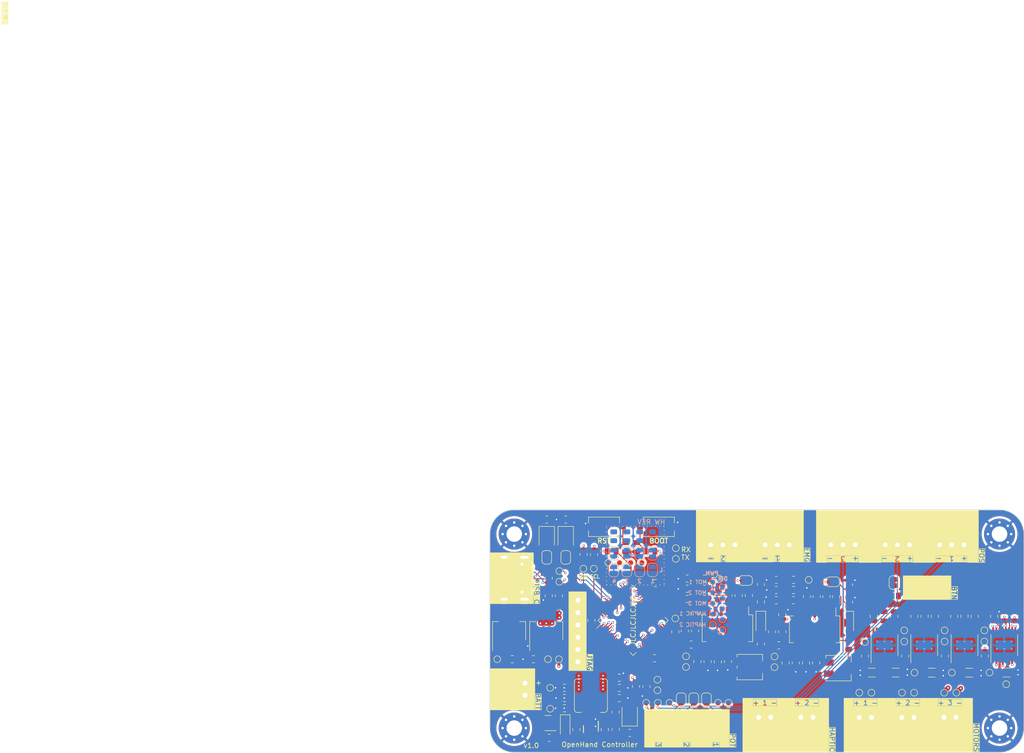
<source format=kicad_pcb>
(kicad_pcb (version 20221018) (generator pcbnew)
  (layers (0 "F.Cu" signal "F.Cu - Signal") (1 "In1.Cu" signal "In1.Cu - Power") (2 "In2.Cu" signal "In2.Cu - Ground") (31 "B.Cu" signal "B.Cu - Signal") (34 "B.Paste" user) (35 "F.Paste" user) (36 "B.SilkS" user "B.Silkscreen") (37 "F.SilkS" user "F.Silkscreen") (38 "B.Mask" user) (39 "F.Mask" user) (44 "Edge.Cuts" user))
  (net 0 "")
  (net 1 "Earth")
  (net 2 "Net-(U2-SW)")
  (net 3 "Net-(U2-VBST)")
  (net 4 "Net-(U5B-+)")
  (net 5 "Net-(U5D-+)")
  (net 6 "Net-(U5C-+)")
  (net 7 "Net-(U7-VINT)")
  (net 8 "Net-(U8-VINT)")
  (net 9 "Net-(U7-VCP)")
  (net 10 "Net-(U8-VCP)")
  (net 11 "Net-(U9-VINT)")
  (net 12 "Net-(U9-VCP)")
  (net 13 "Net-(J5-CC1)")
  (net 14 "MOTOR_01_N")
  (net 16 "Net-(J5-CC2)")
  (net 19 "UC_RST")
  (net 20 "UC_BOOT")
  (net 21 "+5V")
  (net 22 "Net-(JP3-A)")
  (net 23 "+BATT")
  (net 24 "Net-(JP7-B)")
  (net 25 "-5V")
  (net 26 "Net-(JP8-B)")
  (net 27 "Net-(JP9-B)")
  (net 28 "Net-(U1-PC0)")
  (net 29 "Net-(U6B-+)")
  (net 30 "EMG_2_MIDPOINT")
  (net 31 "Net-(U2-EN)")
  (net 32 "EMG_1_MIDPOINT")
  (net 33 "Net-(U6D-+)")
  (net 34 "Net-(U2-VFB)")
  (net 35 "Net-(U6C-+)")
  (net 36 "Net-(U5A-+)")
  (net 37 "Net-(R23-Pad2)")
  (net 38 "Net-(U10-VINT)")
  (net 39 "Net-(U10-VCP)")
  (net 40 "Net-(U5A--)")
  (net 41 "Net-(U5B--)")
  (net 42 "Net-(R43-Pad2)")
  (net 43 "Net-(U5D--)")
  (net 44 "Net-(D1-K)")
  (net 45 "LED_1")
  (net 46 "Net-(D2-K)")
  (net 47 "LED_2")
  (net 48 "Net-(D3-A)")
  (net 49 "Net-(D5-A)")
  (net 50 "Net-(U5C--)")
  (net 51 "Net-(U7-AISEN)")
  (net 52 "Net-(U8-AISEN)")
  (net 53 "Net-(U9-AISEN)")
  (net 54 "Net-(U10-BISEN)")
  (net 55 "Net-(U1-PD1)")
  (net 56 "Net-(U1-PA5)")
  (net 57 "Net-(JP1-A)")
  (net 58 "Net-(U1-PD2)")
  (net 59 "Net-(JP6-A)")
  (net 60 "Net-(U1-PA6)")
  (net 61 "Net-(U1-PC12)")
  (net 62 "Net-(U1-PB12)")
  (net 63 "Net-(C18-Pad2)")
  (net 64 "Net-(C18-Pad1)")
  (net 65 "Net-(C20-Pad2)")
  (net 66 "Net-(C20-Pad1)")
  (net 67 "BAT_P")
  (net 68 "Net-(U6A-+)")
  (net 69 "Net-(D5-K)")
  (net 70 "Net-(U6A--)")
  (net 71 "Net-(U6B--)")
  (net 72 "Net-(D6-K)")
  (net 73 "Net-(U6D--)")
  (net 74 "Net-(U6C--)")
  (net 75 "UC_SCL")
  (net 76 "UC_SDA")
  (net 77 "Net-(U10-AISEN)")
  (net 78 "UC_RX")
  (net 79 "UC_TX")
  (net 80 "HALL_SENS_01_S")
  (net 81 "HALL_SENS_02_S")
  (net 82 "HALL_SENS_03_S")
  (net 83 "MOTOR_01_P")
  (net 84 "MOTOR_02_N")
  (net 85 "MOTOR_02_P")
  (net 86 "MOTOR_03_N")
  (net 87 "MOTOR_03_P")
  (net 88 "HAPTIC_01_N")
  (net 89 "HAPTIC_01_P")
  (net 90 "EMG_01_N")
  (net 91 "EMG_01_P")
  (net 92 "HAPTIC_02_N")
  (net 93 "Net-(D4-K)")
  (net 94 "Net-(D6-A)")
  (net 95 "Net-(JP5-A)")
  (net 96 "Net-(D1-A)")
  (net 97 "Net-(D2-A)")
  (net 98 "Net-(JP10-B)")
  (net 99 "JTAG_RST")
  (net 100 "JTAG_TDI")
  (net 101 "JTAG_TDO")
  (net 102 "JTAG_TCK")
  (net 103 "JTAG_TMS")
  (net 104 "+3V3")
  (net 105 "Net-(R25-Pad2)")
  (net 106 "Net-(R42-Pad2)")
  (net 107 "HAPTIC_02_P")
  (net 108 "EMG_02_N")
  (net 109 "EMG_02_P")
  (net 110 "USB_D-")
  (net 111 "USB_D+")
  (net 112 "HW_REV_01")
  (net 113 "HW_REV_02")
  (net 114 "HW_REV_03")
  (net 115 "HW_REV_04")
  (net 116 "TRIM_POT_03")
  (net 117 "TRIM_POT_01")
  (net 118 "TRIM_POT_02")
  (net 119 "BTN_01")
  (net 120 "EMG_02_UC")
  (net 121 "EMG_01_UC")
  (net 122 "MOTOR_01_EN")
  (net 123 "MOTOR_02_EN")
  (net 124 "MOTOR_03_EN")
  (net 125 "HAPTIC_EN")
  (net 126 "MOTOR_01_FAULT")
  (net 127 "MOTOR_02_FAULT")
  (net 128 "MOTOR_01_DIR")
  (net 129 "MOTOR_02_DIR")
  (net 130 "MOTOR_01_PWM")
  (net 131 "MOTOR_02_PWM")
  (net 132 "MOTOR_03_FAULT")
  (net 133 "HAPTIC_FAULT")
  (net 134 "MOTOR_03_DIR")
  (net 135 "HAPTIC_01_DIR")
  (net 136 "MOTOR_03_PWM")
  (net 137 "HAPTIC_01_PWM")
  (net 138 "HAPTIC_02_DIR")
  (net 139 "HAPTIC_02_PWM")
  (footprint "Resistor_SMD:R_0805_2012Metric" (layer "F.Cu") (at 125.9 145.3 -90)
    (fp_text reference "R21" hide)
    (fp_text value "10k")
  )
  (footprint "Resistor_SMD:R_0805_2012Metric" (layer "F.Cu") (at 158.12 125.1375 -90)
    (fp_text reference "R29" hide)
    (fp_text value "1k")
  )
  (footprint "Connector_JST:JST_EH_S2B-EH_1x02_P2.50mm_Horizontal" (layer "F.Cu") (at 187.35 142.8 180)
    (fp_text reference "J2" hide)
    (fp_text value "CONN_MOTOR_2" hide)
  )
  (footprint "Resistor_SMD:R_0805_2012Metric" (layer "F.Cu") (at 201.975 130.15 90)
    (fp_text reference "R56" hide)
    (fp_text value "10k")
  )
  (footprint "Resistor_SMD:R_1206_3216Metric" (layer "F.Cu") (at 206.475 133.5625 180)
    (fp_text reference "R59" hide)
    (fp_text value "0R2")
  )
  (footprint "MountingHole:MountingHole_3.2mm_M3_Pad_Via" (layer "F.Cu") (at 205 145)
    (fp_text reference "H4" hide)
    (fp_text value "M3_Hole" hide)
  )
  (footprint "TestPoint:TestPoint_Pad_D1.0mm" (layer "F.Cu") (at 177.275 127.25)
    (fp_text reference "TP45" hide)
    (fp_text value "TP_FDBK_MOT_EN")
  )
  (footprint "Resistor_SMD:R_0805_2012Metric" (layer "F.Cu") (at 140.145 124.9875 -90)
    (fp_text reference "R31" hide)
    (fp_text value "1k")
  )
  (footprint "TestPoint:TestPoint_Pad_D1.0mm" (layer "F.Cu") (at 140.4 132.4)
    (fp_text reference "TP27" hide)
    (fp_text value "TP_EMG_2_HP")
  )
  (footprint "Package_TO_SOT_SMD:SOT-223-3_TabPin2" (layer "F.Cu") (at 103.95 124.95 90)
    (fp_text reference "U4" hide)
    (fp_text value "LT1175-5_SOT223")
  )
  (footprint "Resistor_SMD:R_0805_2012Metric" (layer "F.Cu") (at 153.345 117.675 90)
    (fp_text reference "R35" hide)
    (fp_text value "47k")
  )
  (footprint "Diode_SMD:D_SOD-123" (layer "F.Cu") (at 115.5 144.6125 -90)
    (fp_text reference "D3" hide)
    (fp_text value "5V Zener")
  )
  (footprint "TestPoint:TestPoint_Pad_D1.0mm" (layer "F.Cu") (at 147 139.8)
    (fp_text reference "TP6" hide)
    (fp_text value "TP_UC_PIN_PA5")
  )
  (footprint "TestPoint:TestPoint_Pad_D1.0mm" (layer "F.Cu") (at 193.675 127.15)
    (fp_text reference "TP33" hide)
    (fp_text value "TP_MOT_1_FAULT")
  )
  (footprint "Connector_JST:JST_EH_S3B-EH_1x03_P2.50mm_Horizontal" (layer "F.Cu") (at 145.5 107.2)
    (fp_text reference "J12" hide)
    (fp_text value "CONN_EMG_2" hide)
  )
  (footprint "Connector_JST:JST_EH_S3B-EH_1x03_P2.50mm_Horizontal" (layer "F.Cu") (at 181.45 107.2)
    (fp_text reference "J9" hide)
    (fp_text value "CONN_POS_2" hide)
  )
  (footprint "Jumper:SolderJumper-2_P1.3mm_Bridged_RoundedPad1.0x1.5mm" (layer "F.Cu") (at 152.67 114.575 180)
    (fp_text reference "JP16" hide)
    (fp_text value "JMPR_EMG_2_UC")
  )
  (footprint "Capacitor_SMD:C_0805_2012Metric" (layer "F.Cu") (at 126.65 138.8225)
    (fp_text reference "C12" hide)
    (fp_text value "22u")
  )
  (footprint "TestPoint:TestPoint_Pad_D1.0mm" (layer "F.Cu") (at 114.3 112.625)
    (fp_text reference "TP3" hide)
    (fp_text value "TP_USB_D_N")
  )
  (footprint "Capacitor_SMD:C_0805_2012Metric" (layer "F.Cu") (at 197.775 121.95 90)
    (fp_text reference "C33" hide)
    (fp_text value "10u")
  )
  (footprint "TestPoint:TestPoint_Pad_D1.0mm" (layer "F.Cu") (at 119.25 112.135 -90)
    (fp_text reference "TP17" hide)
    (fp_text value "TP_UC_SDA")
  )
  (footprint "Resistor_SMD:R_0805_2012Metric" (layer "F.Cu") (at 162.52 118.6375 180)
    (fp_text reference "R23" hide)
    (fp_text value "15k")
  )
  (footprint "TPS565201DDCR:TPS565201DDCR_L" (layer "F.Cu") (at 120.799999 145.2125 -90)
    (fp_text reference "U2" hide)
    (fp_text value "TPS565201DDCR")
  )
  (footprint "TestPoint:TestPoint_Pad_D1.0mm" (layer "F.Cu") (at 185.375 127.15)
    (fp_text reference "TP48" hide)
    (fp_text value "TP_FDBK_MOT_FAULT")
  )
  (footprint "Capacitor_SMD:C_0805_2012Metric" (layer "F.Cu") (at 173.9825 119.025 90)
    (fp_text reference "C26" hide)
    (fp_text value "10u")
  )
  (footprint "Connector_USB:USB_C_Receptacle_G-Switch_GT-USB-7010ASV" (layer "F.Cu") (at 104 114.1 -90)
    (fp_text reference "J5" hide)
    (fp_text value "USB_C_CONN")
  )
  (footprint "Connector_JST:JST_EH_S3B-EH_1x03_P2.50mm_Horizontal" (layer "F.Cu") (at 156.7 107.2)
    (fp_text reference "J8" hide)
    (fp_text value "CONN_EMG_1" hide)
  )
  (footprint "Capacitor_SMD:C_0805_2012Metric" (layer "F.Cu") (at 142.745 131.275 90)
    (fp_text reference "C23" hide)
    (fp_text value "470n")
  )
  (footprint "Capacitor_SMD:C_0805_2012Metric" (layer "F.Cu") (at 181.2 121.95 90)
    (fp_text reference "C39" hide)
    (fp_text value "10u")
  )
  (footprint "Capacitor_SMD:C_0805_2012Metric" (layer "F.Cu") (at 115.35 138.8025 180)
    (fp_text reference "C7" hide)
    (fp_text value "10u")
  )
  (footprint "Resistor_SMD:R_0805_2012Metric" (layer "F.Cu") (at 193.775 130.15 90)
    (fp_text reference "R53" hide)
    (fp_text value "10k")
  )
  (footprint "Capacitor_SMD:C_0805_2012Metric" (layer "F.Cu") (at 126.65 134.6225)
    (fp_text reference "C13" hide)
    (fp_text value "1u")
  )
  (footprint "Resistor_SMD:R_0805_2012Metric" (layer "F.Cu") (at 171.32 117.8875 90)
    (fp_text reference "R32" hide)
    (fp_text value "47k")
  )
  (footprint "TestPoint:TestPoint_Pad_D1.0mm" (layer "F.Cu") (at 111.95 130.8)
    (fp_text reference "TP22" hide)
    (fp_text value "TP_V_3V3")
  )
  (footprint "TestPoint:TestPoint_Pad_D1.0mm" (layer "F.Cu") (at 114.3 114.825)
    (fp_text reference "TP2" hide)
    (fp_text value "TP_USB_D_P")
  )
  (footprint "MountingHole:MountingHole_3.2mm_M3_Pad_Via" (layer "F.Cu") (at 105 105)
    (fp_text reference "H1" hide)
    (fp_text value "M3_Hole" hide)
  )
  (footprint "TestPoint:TestPoint_Pad_D1.0mm" (layer "F.Cu") (at 158.62 132.4375)
    (fp_text reference "TP26" hide)
    (fp_text value "TP_EMG_1_HP")
  )
  (footprint "Capacitor_SMD:C_0805_2012Metric" (layer "F.Cu") (at 160.22 121.5875 90)
    (fp_text reference "C16" hide)
    (fp_text value "100n")
  )
  (footprint "Button_Switch_SMD:SW_Tactile_SPST_NO_Straight_CK_PTS636Sx25SMTRLFS" (layer "F.Cu") (at 123.5 103.5 180)
    (fp_text reference "SW1" hide)
    (fp_text value "BTN_RST")
  )
  (footprint "TestPoint:TestPoint_Pad_D1.0mm" (layer "F.Cu") (at 193.675 124.85)
    (fp_text reference "TP31" hide)
    (fp_text value "TP_MOT_2_EN")
  )
  (footprint "Capacitor_SMD:C_0805_2012Metric" (layer "F.Cu") (at 187.45 121.95 -90)
    (fp_text reference "C28" hide)
    (fp_text value "2u2")
  )
  (footprint "Resistor_SMD:R_0805_2012Metric" (layer "F.Cu") (at 173.9825 115.425 90)
    (fp_text reference "R48" hide)
    (fp_text value "18k")
  )
  (footprint "Resistor_SMD:R_0805_2012Metric" (layer "F.Cu") (at 149.145 117.675 90)
    (fp_text reference "R27" hide)
    (fp_text value "1k")
  )
  (footprint "TestPoint:TestPoint_Pad_D1.0mm" (layer "F.Cu") (at 137 139.8 90)
    (fp_text reference "TP12" hide)
    (fp_text value "TP_HALL_03")
  )
  (footprint "Resistor_SMD:R_0805_2012Metric" (layer "F.Cu") (at 147.045 117.6625 -90)
    (fp_text reference "R24" hide)
    (fp_text value "47k")
  )
  (footprint "TestPoint:TestPoint_Pad_D1.0mm" (layer "F.Cu") (at 176.1 137.7 90)
    (fp_text reference "TP40" hide)
    (fp_text value "TP_MOT_1_OUT_P")
  )
  (footprint "Diode_SMD:D_SOD-123" (layer "F.Cu") (at 155.82 123.275 -90)
    (fp_text reference "D6" hide)
    (fp_text value "SS14")
  )
  (footprint "Resistor_SMD:R_0805_2012Metric" (layer "F.Cu") (at 144.845 131.2875 -90)
    (fp_text reference "R50" hide)
    (fp_text value "18k")
  )
  (footprint "Resistor_SMD:R_0805_2012Metric" (layer "F.Cu") (at 140.6325 116.275 180)
    (fp_text reference "R39" hide)
    (fp_text value "18k")
  )
  (footprint "Resistor_SMD:R_0805_2012Metric" (layer "F.Cu") (at 115.6125 102 180)
    (fp_text reference "R9" hide)
    (fp_text value "4k7")
  )
  (footprint "Package_SO:HTSSOP-16-1EP_4.4x5mm_P0.65mm_EP3.4x5mm_Mask2.46x2.31mm_ThermalVias" (layer "F.Cu") (at 205.975 127.9 90)
    (fp_text reference "U9" hide)
    (fp_text value "DRV8833PWP")
  )
  (footprint "TestPoint:TestPoint_Pad_D1.0mm" (layer "F.Cu") (at 158.62 130.2375)
    (fp_text reference "TP28" hide)
    (fp_text value "TP_EMG_1_LP")
  )
  (footprint "Potentiometer_SMD:Potentiometer_Vishay_TS53YJ_Vertical" (layer "F.Cu") (at 171.82 132.6375 180)
    (fp_text reference "RV4" hide)
    (fp_text value "100k")
  )
  (footprint "Resistor_SMD:R_1206_3216Metric" (layer "F.Cu") (at 183.575 133.5625 180)
    (fp_text reference "R60" hide)
    (fp_text value "4R7")
  )
  (footprint "Resistor_SMD:R_0805_2012Metric" (layer "F.Cu") (at 167.32 117.875 90)
    (fp_text reference "R26" hide)
    (fp_text value "1k")
  )
  (footprint "Capacitor_SMD:C_0805_2012Metric" (layer "F.Cu") (at 160.92 131.575 90)
    (fp_text reference "C22" hide)
    (fp_text value "470n")
  )
  (footprint "Resistor_SMD:R_0805_2012Metric" (layer "F.Cu") (at 119.3 109.2 90)
    (fp_text reference "R6" hide)
    (fp_text value "10k")
  )
  (footprint "TestPoint:TestPoint_Pad_D1.0mm" (layer "F.Cu") (at 138.3 110.1)
    (fp_text reference "TP13" hide)
    (fp_text value "TP_UC_TX")
  )
  (footprint "TestPoint:TestPoint_Pad_D1.0mm" (layer "F.Cu") (at 185.375 124.85)
    (fp_text reference "TP30" hide)
    (fp_text value "TP_MOT_1_EN")
  )
  (footprint "TestPoint:TestPoint_Pad_D1.0mm" (layer "F.Cu") (at 195.175 133.5625)
    (fp_text reference "TP34" hide)
    (fp_text value "TP_MOT_2_IS")
  )
  (footprint "Capacitor_SMD:C_0805_2012Metric" (layer "F.Cu") (at 191.65 121.95 90)
    (fp_text reference "C30" hide)
    (fp_text value "10n")
  )
  (footprint "Package_SO:HTSSOP-16-1EP_4.4x5mm_P0.65mm_EP3.4x5mm_Mask2.46x2.31mm_ThermalVias" (layer "F.Cu") (at 189.475 127.9 90)
    (fp_text reference "U7" hide)
    (fp_text value "DRV8833PWP")
  )
  (footprint "Connector_JST:JST_EH_S2B-EH_1x02_P2.50mm_Horizontal" (layer "F.Cu") (at 178.6 142.8 180)
    (fp_text reference "J1" hide)
    (fp_text value "CONN_MOTOR_1" hide)
  )
  (footprint "TestPoint:TestPoint_Pad_D1.0mm" (layer "F.Cu") (at 201.875 124.85)
    (fp_text reference "TP44" hide)
    (fp_text value "TP_MOT_3_EN")
  )
  (footprint "TestPoint:TestPoint_Pad_D1.0mm" (layer "F.Cu") (at 147.2 114.2)
    (fp_text reference "TP25" hide)
    (fp_text value "TP_EMG_2_AMP")
  )
  (footprint "Jumper:SolderJumper-2_P1.3mm_Bridged_RoundedPad1.0x1.5mm" (layer "F.Cu") (at 115.6125 109.8 -90)
    (fp_text reference "JP2" hide)
    (fp_text value "JMPR_LED_1")
  )
  (footprint "TestPoint:TestPoint_Pad_D1.0mm" (layer "F.Cu") (at 129 110.9)
    (fp_text reference "TP1" hide)
    (fp_text value "TP_BTN_RST")
  )
  (footprint "TestPoint:TestPoint_Pad_D1.0mm" (layer "F.Cu") (at 149.15 139.8)
    (fp_text reference "TP8" hide)
    (fp_text value "TP_UC_PIN_PA6")
  )
  (footprint "Capacitor_SMD:C_0805_2012Metric" (layer "F.Cu") (at 130.2 107.7 -90)
    (fp_text reference "C2" hide)
    (fp_text value "100n")
  )
  (footprint "TestPoint:TestPoint_Pad_D1.0mm" (layer "F.Cu") (at 112.4 136.7)
    (fp_text reference "TP19" hide)
    (fp_text value "TP_BATT_P")
  )
  (footprint "Resistor_SMD:R_0805_2012Metric" (layer "F.Cu") (at 114.2 117.725 -90)
    (fp_text reference "R4" hide)
    (fp_text value "1.5k")
  )
  (footprint "Resistor_SMD:R_0805_2012Metric" (layer "F.Cu") (at 165.32 117.8875 -90)
    (fp_text reference "R22" hide)
    (fp_text value "47k")
  )
  (footprint "Capacitor_SMD:C_0805_2012Metric" (layer "F.Cu") (at 126.65 136.7125)
    (fp_text reference "C11" hide)
    (fp_text value "22u")
  )
  (footprint "TestPoint:TestPoint_Pad_D1.0mm" (layer "F.Cu") (at 126.7 110.9)
    (fp_text reference "TP15" hide)
    (fp_text value "TP_UC_PIN_PC12")
  )
  (footprint "Resistor_SMD:R_0805_2012Metric" (layer "F.Cu") (at 159.5325 127.9375 180)
    (fp_text reference "R46" hide)
    (fp_text value "10k")
  )
  (footprint "Resistor_SMD:R_0805_2012Metric" (layer "F.Cu") (at 149.045 131.2875 -90)
    (fp_text reference "R45" hide)
    (fp_text value "1k")
  )
  (footprint "Potentiometer_SMD:Potentiometer_Vishay_TS53YJ_Vertical" (layer "F.Cu") (at 140.6 144.5 -90)
    (fp_text reference "RV2" hide)
    (fp_text value "TRIM_POT_2")
  )
  (footprint "Jumper:SolderJumper-2_P1.3mm_Bridged_RoundedPad1.0x1.5mm" (layer "F.Cu") (at 170.6325 114.8375 180)
    (fp_text reference "JP15" hide)
    (fp_text value "JMPR_EMG_1_UC")
  )
  (footprint "Capacitor_SMD:C_0805_2012Metric" (layer "F.Cu") (at 146.945 131.325 90)
    (fp_text reference "C25" hide)
    (fp_text value "330n")
  )
  (footprint "Capacitor_SMD:C_0805_2012Metric" (layer "F.Cu") (at 115.35 136.6925 180)
    (fp_text reference "C8" hide)
    (fp_text value "10u")
  )
  (footprint "Capacitor_SMD:C_0805_2012Metric" (layer "F.Cu") (at 155.82 118.975 90)
    (fp_text reference "C27" hide)
    (fp_text value "10u")
  )
  (footprint "Capacitor_SMD:C_0805_2012Metric" (layer "F.Cu") (at 179.1 121.95 -90)
    (fp_text reference "C35" hide)
    (fp_text value "2u2")
  )
  (footprint "Capacitor_SMD:C_0805_2012Metric" (layer "F.Cu") (at 195.675 121.95 -90)
    (fp_text reference "C29" hide)
    (fp_text value "2u2")
  )
  (footprint "Connector_JST:JST_EH_S2B-EH_1x02_P2.50mm_Horizontal" (layer "F.Cu") (at 107.2325 138.25 90)
    (fp_text reference "J3" hide)
    (fp_text value "CONN_BATT" hide)
  )
  (footprint "Jumper:SolderJumper-2_P1.3mm_Bridged_RoundedPad1.0x1.5mm" (layer "F.Cu") (at 111.7 109.8 -90)
    (fp_text reference "JP4" hide)
    (fp_text value "JMPR_LED_2")
  )
  (footprint "Diode_SMD:D_SOD-123" (layer "F.Cu") (at 173.92 123.2875 -90)
    (fp_text reference "D5" hide)
    (fp_text value "SS14")
  )
  (footprint "Resistor_SMD:R_1206_3216Metric" (layer "F.Cu") (at 191.025 133.575 180)
    (fp_text reference "R54" hide)
    (fp_text value "0R2")
  )
  (footprint "Jumper:SolderJumper-2_P1.3mm_Bridged_RoundedPad1.0x1.5mm" (layer "F.Cu") (at 144.6 139.15 90)
    (fp_text reference "JP1" hide)
    (fp_text value "JMPR_TRIM_1")
  )
  (footprint "TestPoint:TestPoint_Pad_D1.0mm" (layer "F.Cu") (at 134.6 139.8 90)
    (fp_text reference "TP11" hide)
    (fp_text value "TP_HALL_02")
  )
  (footprint "Capacitor_SMD:C_0805_2012Metric" (layer "F.Cu") (at 205.975 121.95 90)
    (fp_text reference "C38" hide)
    (fp_text value "10u")
  )
  (footprint "TestPoint:TestPoint_Pad_D1.0mm" (layer "F.Cu") (at 132.2 139.8 90)
    (fp_text reference "TP10" hide)
    (fp_text value "TP_HALL_01")
  )
  (footprint "Capacitor_SMD:C_0805_2012Metric" (layer "F.Cu") (at 115.35 140.9125 180)
    (fp_text reference "C9" hide)
    (fp_text value "100n")
  )
  (footprint "Capacitor_SMD:C_0805_2012Metric" (layer "F.Cu") (at 142.245 121.425 90)
    (fp_text reference "C17" hide)
    (fp_text value "100n")
  )
  (footprint "Resistor_SMD:R_0805_2012Metric" (layer "F.Cu") (at 140.6325 114.175 180)
    (fp_text reference "R36" hide)
    (fp_text value "15k")
  )
  (footprint "Resistor_SMD:R_0805_2012Metric" (layer "F.Cu") (at 125.9 141.7 -90)
    (fp_text reference "R18" hide)
    (fp_text value "54.9k")
  )
  (footprint "TestPoint:TestPoint_Pad_D1.0mm" (layer "F.Cu") (at 140.4 130.2)
    (fp_text reference "TP29" hide)
    (fp_text value "TP_EMG_2_LP")
  )
  (footprint "Capacitor_SMD:C_0805_2012Metric" (layer "F.Cu") (at 162.5575 116.5375)
    (fp_text reference "C19" hide)
    (fp_text value "470n")
  )
  (footprint "TestPoint:TestPoint_Pad_D1.0mm" (layer "F.Cu") (at 187.475 133.5625)
    (fp_text reference "TP32" hide)
    (fp_text value "TP_MOT_1_IS")
  )
  (footprint "Connector_JST:JST_EH_S3B-EH_1x03_P2.50mm_Horizontal" (layer "F.Cu") (at 170.25 107.2)
    (fp_text reference "J13" hide)
    (fp_text value "CONN_POS_3" hide)
  )
  (footprint "Capacitor_SMD:C_0805_2012Metric" (layer "F.Cu") (at 162.5575 114.4375 180)
    (fp_text reference "C18" hide)
    (fp_text value "470n")
  )
  (footprint "TestPoint:TestPoint_Pad_D1.0mm" (layer "F.Cu") (at 138.3 107.9)
    (fp_text reference "TP14" hide)
    (fp_text value "TP_UC_RX")
  )
  (footprint "Button_Switch_SMD:SW_Tactile_SPST_NO_Straight_CK_PTS636Sx25SMTRLFS" (layer "F.Cu") (at 134.8 103.5)
    (fp_text reference "SW2" hide)
    (fp_text value "BTN_BOOT")
  )
  (footprint "Resistor_SMD:R_0805_2012Metric" (layer "F.Cu") (at 155.82 127.675 -90)
    (fp_text reference "R42" hide)
    (fp_text value "47k")
  )
  (footprint "Package_SO:HTSSOP-16-1EP_4.4x5mm_P0.65mm_EP3.4x5mm_Mask2.46x2.31mm_ThermalVias" (layer "F.Cu") (at 181.3 127.9 90)
    (fp_text reference "U10" hide)
    (fp_text value "DRV8833PWP")
  )
  (footprint "Resistor_SMD:R_0805_2012Metric" (layer "F.Cu") (at 177.3 130.15 90)
    (fp_text reference "R57" hide)
    (fp_text value "10k")
  )
  (footprint "Capacitor_SMD:C_0805_2012Metric" (layer "F.Cu") (at 144.195 116.275)
    (fp_text reference "C21" hide)
    (fp_text value "470n")
  )
  (footprint "Capacitor_SMD:C_0805_2012Metric" (layer "F.Cu") (at 189.55 121.95 90)
    (fp_text reference "C32" hide)
    (fp_text value "10u")
  )
  (footprint "Resistor_SMD:R_0805_2012Metric" (layer "F.Cu") (at 112.2 147.0125)
    (fp_text reference "R19" hide)
    (fp_text value "47k")
  )
  (footprint "Resistor_SMD:R_0805_2012Metric" (layer "F.Cu") (at 163.02 131.5625 -90)
    (fp_text reference "R49" hide)
    (fp_text value "18k")
  )
  (footprint "Resistor_SMD:R_0805_2012Metric" (layer "F.Cu") (at 125.0875 108.5)
    (fp_text reference "R1" hide)
    (fp_text value "10k")
  )
  (footprint "Resistor_SMD:R_0805_2012Metric" (layer "F.Cu") (at 183.256533 117.74847)
    (fp_text reference "R8" hide)
    (fp_text value "10k")
  )
  (footprint "Capacitor_SMD:C_0805_2012Metric" (layer "F.Cu") (at 104.6 130.8)
    (fp_text reference "C15" hide)
    (fp_text value "22u")
  )
  (footprint "Resistor_SMD:R_0805_2012Metric" (layer "F.Cu") (at 185.55 130.15 90)
    (fp_text reference "R52" hide)
    (fp_text value "10k")
  )
  (footprint "Inductor_SMD:L_Bourns_SRP7028A_7.3x6.6mm" (layer "F.Cu") (at 120.8 138.3125 90)
    (fp_text reference "L1" hide)
    (fp_text value "3.3uH")
  )
  (footprint "LED_SMD:LED_1210_3225Metric" (layer "F.Cu") (at 111.7 105.7 -90)
    (fp_text reference "D2" hide)
    (fp_text value "GREEN")
  )
  (footprint "TestPoint:TestPoint_Pad_D1.0mm" (layer "F.Cu") (at 206.375 135.9625)
    (fp_text reference "TP47" hide)
    (fp_text value "TP_MOT_3_FAULT")
  )
  (footprint "TestPoint:TestPoint_Pad_D1.0mm" (layer "F.Cu") (at 138.2 122.4)
    (fp_text reference "TP18" hide)
    (fp_text value "TP_UC_PIN_PB12")
  )
  (footprint "Package_TO_SOT_SMD:SOT-23" (layer "F.Cu") (at 111.9625 143.9625 180)
    (fp_text reference "Q1" hide)
    (fp_text value "AO3401A")
  )
  (footprint "TestPoint:TestPoint_Pad_D1.0mm" (layer "F.Cu") (at 134.5 137.2 90)
    (fp_text reference "TP9" hide)
    (fp_text value "TP_BATT_SENSE")
  )
  (footprint "TestPoint:TestPoint_Pad_D1.0mm" (layer "F.Cu") (at 131.3 110.9)
    (fp_text reference "TP4" hide)
    (fp_text value "TP_BTN_BOOT")
  )
  (footprint "Resistor_SMD:R_0805_2012Metric" (layer "F.Cu") (at 160.22 125.1375 90)
    (fp_text reference "R40" hide)
    (fp_text value "1k")
  )
  (footprint "Capacitor_SMD:C_0805_2012Metric" (layer "F.Cu") (at 208.075 121.95 90)
    (fp_text reference "C36" hide)
    (fp_text value "10n")
  )
  (footprint "Resistor_SMD:R_0805_2012Metric" (layer "F.Cu") (at 158.995 116.5375 180)
    (fp_text reference "R38" hide)
    (fp_text value "18k")
  )
  (footprint "TestPoint:TestPoint_Pad_D1.0mm" (layer "F.Cu") (at 184.9 137.7 90)
    (fp_text reference "TP41" hide)
    (fp_text value "TP_MOT_2_OUT_P")
  )
  (footprint "Capacitor_SMD:C_0805_2012Metric" (layer "F.Cu") (at 138.2 125.15 -90)
    (fp_text reference "C4" hide)
    (fp_text value "100n")
  )
  (footprint "Resistor_SMD:R_0805_2012Metric" (layer "F.Cu") (at 112.1 117.725 -90)
    (fp_text reference "R3" hide)
    (fp_text value "5k1")
  )
  (footprint "Package_TO_SOT_SMD:SOT-223-3_TabPin2" (layer "F.Cu") (at 111.6 124.95 90)
    (fp_text reference "U3" hide)
    (fp_text value "AMS1117-3.3")
  )
  (footprint "Resistor_SMD:R_0805_2012Metric" (layer "F.Cu") (at 155.82 115.375 90)
    (fp_text reference "R51" hide)
    (fp_text value "18k")
  )
  (footprint "TestPoint:TestPoint_Pad_D1.0mm" (layer "F.Cu") (at 202.9375 133.55)
    (fp_text reference "TP46" hide)
    (fp_text value "TP_MOT_3_IS")
  )
  (footprint "Resistor_SMD:R_0805_2012Metric" (layer "F.Cu") (at 112.1 114.1125 90)
    (fp_text reference "R2" hide)
    (fp_text value "5k1")
  )
  (footprint "Connector_JST:JST_EH_S3B-EH_1x03_P2.50mm_Horizontal" (layer "F.Cu") (at 192.65 107.2)
    (fp_text reference "J4" hide)
    (fp_text value "CONN_POS_1" hide)
  )
  (footprint "Jumper:SolderJumper-2_P1.3mm_Bridged_RoundedPad1.0x1.5mm" (layer "F.Cu") (at 139.4 139.15 90)
    (fp_text reference "JP6" hide)
    (fp_text value "JMPR_POT_1")
  )
  (footprint "MountingHole:MountingHole_3.2mm_M3_Pad_Via" (layer "F.Cu") (at 105 145)
    (fp_text reference "H3" hide)
    (fp_text value "M3_Hole" hide)
  )
  (footprint "Connector_JST:JST_EH_S2B-EH_1x02_P2.50mm_Horizontal" (layer "F.Cu") (at 166.55 142.7675 180)
    (fp_text reference "J11" hide)
    (fp_text value "CONN_FDBK_2" hide)
  )
  (footprint "Capacitor_SMD:C_0805_2012Metric" (layer "F.Cu") (at 108.95 130.8 180)
    (fp_text reference "C14" hide)
    (fp_text value "22u")
  )
  (footprint "Capacitor_SMD:C_0805_2012Metric" (layer "F.Cu") (at 144.195 114.175 180)
    (fp_text reference "C20" hide)
    (fp_text value "470n")
  )
  (footprint "LED_SMD:LED_1210_3225Metric" (layer "F.Cu") (at 115.6125 105.7 -90)
    (fp_text reference "D1" hide)
    (fp_text value "RED")
  )
  (footprint "TestPoint:TestPoint_Pad_D1.0mm" (layer "F.Cu") (at 124.4 110.9)
    (fp_text reference "TP7" hide)
    (fp_text value "TP_UC_PIN_PD2")
  )
  (footprint "Connector_JST:JST_EH_S2B-EH_1x02_P2.50mm_Horizontal" (layer "F.Cu") (at 196.05 142.7675 180)
    (fp_text reference "J6" hide)
    (fp_text value "CONN_MOTOR_3" hide)
  )
  (footprint "Potentiometer_SMD:Potentiometer_Vishay_TS53YJ_Vertical" (layer "F.Cu") (at 153.545 132.425 180)
    (fp_text reference "RV5" hide)
    (fp_text value "100k")
  )
  (footprint "Jumper:SolderJumper-2_P1.3mm_Bridged_RoundedPad1.0x1.5mm" (layer "F.Cu") (at 183.256533 115 90)
    (fp_text reference "JP3" hide)
    (fp_text value "JMPR_BTN_1")
  )
  (footprint "Resistor_SMD:R_1206_3216Metric" (layer "F.Cu") (at 178.675 133.5625)
    (fp_text reference "R58" hide)
    (fp_text value "4R7")
  )
  (footprint "Capacitor_SMD:C_0805_2012Metric" (layer "F.Cu") (at 199.875 121.95 90)
    (fp_text reference "C31" hide)
    (fp_text value "10n")
  )
  (footprint "Connector_JST:JST_EH_S2B-EH_1x02_P2.50mm_Horizontal" (layer "F.Cu") (at 157.85 142.7675 180)
    (fp_text reference "J7" hide)
    (fp_text value "CONN_FDBK_1" hide)
  )
  (footprint "TestPoint:TestPoint_Pad_D1.0mm" (layer "F.Cu") (at 201.875 127.15)
    (fp_text reference "TP35" hide)
    (fp_text value "TP_MOT_2_FAULT")
  )
  (footprint "Resistor_SMD:R_0805_2012Metric" (layer "F.Cu") (at 158.995 114.4375 180)
    (fp_text reference "R33" hide)
    (fp_text value "15k")
  )
  (footprint "Resistor_SMD:R_0805_2012Metric" (layer "F.Cu") (at 169.32 117.875 90)
    (fp_text reference "R28" hide)
    (fp_text value "1k")
  )
  (footprint "Resistor_SMD:R_0805_2012Metric" (layer "F.Cu") (at 151.245 117.675 90)
    (fp_text reference "R30" hide)
    (fp_text value "1k")
  )
  (footprint "Capacitor_SMD:C_0805_2012Metric" (layer "F.Cu") (at 165.12 131.575 90)
    (fp_text reference "C24" hide)
    (fp_text value "330n")
  )
  (footprint "TestPoint:TestPoint_Pad_D1.0mm" (layer "F.Cu") (at 178.6 137.7 90)
    (fp_text reference "TP42" hide)
    (fp_text value "TP_MOT_1_OUT_N")
  )
  (footprint "LED_SMD:LED_1210_3225Metric" (layer "F.Cu") (at 128.8 142.3 90)
    (fp_text reference "D4" hide)
    (fp_text value "RED")
  )
  (footprint "Capacitor_SMD:C_0805_2012Metric" (layer "F.Cu") (at 123.650001 145.312499 -90)
    (fp_text reference "C10" hide)
    (fp_text value "100n")
  )
  (footprint "TestPoint:TestPoint_Pad_D1.0mm" (layer "F.Cu") (at 121.4 112.135 -90)
    (fp_text reference "TP16" hide)
    (fp_text value "TP_UC_SCL")
  )
  (footprint "Capacitor_SMD:C_0805_2012Metric" (layer "F.Cu") (at 120.9 122.8 90)
    (fp_text reference "C6" hide)
    (fp_text value "100n")
  )
  (footprint "Resistor_SMD:R_0805_2012Metric" (layer "F.Cu") (at 167.22 131.5625 -90)
    (fp_text reference "R44" hide)
    (fp_text value "1k")
  )
  (footprint "Resistor_SMD:R_0805_2012Metric" (layer "F.Cu") (at 142.245 124.9875 90)
    (fp_text reference "R41" hide)
    (fp_text value "1k")
  )
  (footprint "Resistor_SMD:R_1206_3216Metric" (layer "F.Cu") (at 198.75 133.575 180)
    (fp_text reference "R55" hide)
    (fp_text value "0R2")
  )
  (footprint "Resistor_SMD:R_0805_2012Metric" (layer "F.Cu") (at 159.0075 118.6375)
    (fp_text reference "R34" hide)
    (fp_text value "10k")
  )
  (footprint "Package_SO:SO-14_5.3x10.2mm_P1.27mm" (layer "F.Cu") (at 166.91 124.6375 -90)
    (fp_text reference "U5" hide)
    (fp_text value "LM324")
  )
  (footprint "Resistor_SMD:R_0805_2012Metric" (layer "F.Cu") (at 141.4575 127.775 180)
    (fp_text reference "R47" hide)
    (fp_text value "10k")
  )
  (footprint "Button_Switch_SMD:SW_Tactile_SPST_NO_Straight_CK_PTS636Sx25SMTRLFS" (layer "F.Cu") (at 190.15736 116.050857 180)
    (fp_text reference "SW3" hide)
    (fp_text value "SW_Push")
  )
  (footprint "Resistor_SMD:R_0805_2012Metric" (layer "F.Cu") (at 173.92 127.8375 -90)
    (fp_text reference "R43" hide)
    (fp_text value "47k")
  )
  (footprint "TestPoint:TestPoint_Pad_D1.0mm" (layer "F.Cu") (at 165.6825 114.4375)
    (fp_text reference "TP24" hide)
    (fp_text value "TP_EMG_1_AMP")
  )
  (footprint "Potentiometer_SMD:Potentiometer_Vishay_TS53YJ_Vertical" (layer "F.Cu") (at 146.5 144.5 -90)
    (fp_text reference "RV1" hide)
    (fp_text value "TRIM_POT_1")
  )
  (footprint "TestPoint:TestPoint_Pad_D1.0mm" (layer "F.Cu") (at 112.4 141.0125)
    (fp_text reference "TP20" hide)
    (fp_text value "TP_V_BATT")
  )
  (footprint "Resistor_SMD:R_0805_2012Metric" (layer "F.Cu") (at 128.8 146 180)
    (fp_text reference "R20" hide)
    (fp_text value "4k7")
  )
  (footprint "MountingHole:MountingHole_3.2mm_M3_Pad_Via" (layer "F.Cu") (at 205 105)
    (fp_text reference "H2" hide)
    (fp_text value "M3_Hole" hide)
  )
  (footprint "Resistor_SMD:R_0805_2012Metric" (layer "F.Cu") (at 117.8 145.3125 90)
    (fp_text reference "R17" hide)
    (fp_text value "10k")
  )
  (footprint "Capacitor_SMD:C_0805_2012Metric" (layer "F.Cu") (at 134.05 115.1)
    (fp_text reference "C5" hide)
    (fp_text value "100n")
  )
  (footprint "Capacitor_SMD:C_0805_2012Metric" (layer "F.Cu") (at 203.875 121.95 -90)
    (fp_text reference "C34" hide)
    (fp_text value "2u2")
  )
  (footprint "Resistor_SMD:R_0805_2012Metric" (layer "F.Cu") (at 144.1575 118.375 180)
    (fp_text reference "R25" hide)
    (fp_text value "15k")
  )
  (footprint "Resistor_SMD:R_0805_2012Metric" (layer "F.Cu") (at 140.6325 118.375)
    (fp_text reference "R37" hide)
    (fp_text value "10k")
  )
  (footprint "Resistor_SMD:R_0805_2012Metric" (layer "F.Cu") (at 121.45 109.2225 90)
    (fp_text reference "R7" hide)
    (fp_text value "10k")
  )
  (footprint "TestPoint:TestPoint_Pad_D1.0mm" (layer "F.Cu") (at 193.6 137.7 90)
    (fp_text reference "TP53" hide)
    (fp_text value "TP_MOT_3_OUT_P")
  )
  (footprint "Resistor_SMD:R_0805_2012Metric" (layer "F.Cu") (at 133.1 108.5 180)
    (fp_text reference "R5" hide)
    (fp_text value "10k")
  )
  (footprint "Potentiometer_SMD:Potentiometer_Vishay_TS53YJ_Vertical" (layer "F.Cu") (at 134.7 144.5 -90)
    (fp_text reference "RV3" hide)
    (fp_text value "TRIM_POT_3")
  )
  (footprint "TestPoint:TestPoint_Pad_D1.0mm" (layer "F.Cu") (at 114.2 130.8)
    (fp_text reference "TP21" hide)
    (fp_text value "TP_V_5V")
  )
  (footprint "Package_SO:SO-14_5.3x10.2mm_P1.27mm" (layer "F.Cu") (at 148.935 124.4125 -90)
    (fp_text reference "U6" hide)
    (fp_text value "LM324")
  )
  (footprint "Resistor_SMD:R_0805_2012Metric" (layer "F.Cu") (at 132.25 136.425 90)
    (fp_text reference "R12" hide)
    (fp_text value "10k")
  )
  (footprint "Jumper:SolderJumper-2_P1.3mm_Bridged_RoundedPad1.0x1.5mm" (layer "F.Cu") (at 142 139.15 90)
    (fp_text reference "JP5" hide)
    (fp_text value "JMPR_TRIM_2")
  )
  (footprint "TestPoint:TestPoint_Pad_D1.0mm" (layer "F.Cu") (at 196.1 137.7 90)
    (fp_text reference "TP54" hide)
    (fp_text value "TP_MOT_3_OUT_N")
  )
  (footprint "Package_QFP:LQFP-64_10x10mm_P0.5mm" (layer "F.Cu") (at 129.5 122.8 45)
    (fp_text reference "U1" hide)
    (fp_text value "STM32F103RETx")
  )
  (footprint "TestPoint:TestPoint_Pad_D1.0mm" (layer "F.Cu") (at 101.5 130.8)
    (fp_text reference "TP23" hide)
    (fp_text value "TP_V_N5V")
  )
  (footprint "TestPoint:TestPoint_Pad_D1.0mm" (layer "F.Cu") (at 134.5 135.0125)
    (fp_text reference "TP5" hide)
    (fp_text value "TP_UC_PIN_PD1")
  )
  (footprint "Connector_PinHeader_2.54mm:PinHeader_1x06_P2.54mm_Vertical" (layer "F.Cu") (at 118.1 131.34 180)
    (fp_text reference "J10" hide)
    (fp_text value "CONN_JTAG")
  )
  (footprint "Package_SO:HTSSOP-16-1EP_4.4x5mm_P0.65mm_EP3.4x5mm_Mask2.46x2.31mm_ThermalVias" (layer "F.Cu") (at 197.775 127.9 90)
    (fp_text reference "U8" hide)
    (fp_text value "DRV8833PWP")
  )
  (footprint "Capacitor_SMD:C_0805_2012Metric" (layer "F.Cu") (at 183.3 121.95 90)
    (fp_text reference "C37" hide)
    (fp_text value "10n")
  )
  (footprint "Capacitor_SMD:C_0805_2012Metric" (layer "F.Cu") (at 133.9 130.6 180)
    (fp_text reference "C3" hide)
    (fp_text value "100n")
  )
  (footprint "Resistor_SMD:R_0805_2012Metric" (layer "F.Cu") (at 111.7 102)
    (fp_text reference "R10" hide)
    (fp_text value "4k7")
  )
  (footprint "TestPoint:TestPoint_Pad_D1.0mm" (layer "F.Cu") (at 187.4 137.7 90)
    (fp_text reference "TP43" hide)
    (fp_text value "TP_MOT_2_OUT_N")
  )
  (footprint "Capacitor_SMD:C_0805_2012Metric" (layer "F.Cu") (at 128 107.7 -90)
    (fp_text reference "C1" hide)
    (fp_text value "100n")
  )
  (footprint "Resistor_SMD:R_0805_2012Metric" (layer "F.Cu") (at 130.1 136.4125 -90)
    (fp_text reference "R11" hide)
    (fp_text value "47k")
  )
  (footprint "Resistor_SMD:R_0805_2012Metric" (layer "B.Cu") (at 125.5 105.45 -90)
    (fp_text reference "R16" hide)
    (fp_text value "10k")
  )
  (footprint "TestPoint:TestPoint_Pad_D1.0mm" (layer "B.Cu") (at 145.9 119.3 180)
    (fp_text reference "TP51" hide)
    (fp_text value "TP_MOT_3_UC2")
  )
  (footprint "Jumper:SolderJumper-2_P1.3mm_Open_RoundedPad1.0x1.5mm" (layer "B.Cu") (at 133.5 108.95 90)
    (fp_text reference "JP7" hide)
    (fp_text value "SolderJumper_2_Open")
  )
  (footprint "TestPoint:TestPoint_Pad_D1.0mm" (layer "B.Cu") (at 145.9 123.7 180)
    (fp_text reference "TP56" hide)
    (fp_text value "TP_FDBK_MOT_2_UC2")
  )
  (footprint "TestPoint:TestPoint_Pad_D1.0mm" (layer "B.Cu") (at 147.9 120.4 180)
    (fp_text reference "TP49" hide)
    (fp_text value "TP_MOT_3_UC1")
  )
  (footprint "TestPoint:TestPoint_Pad_D1.0mm" (layer "B.Cu") (at 145.9 114.9 180)
    (fp_text reference "TP38" hide)
    (fp_text value "TP_MOT_1_UC2")
  )
  (footprint "Jumper:SolderJumper-2_P1.3mm_Open_RoundedPad1.0x1.5mm" (layer "B.Cu") (at 133.5 112.4 90)
    (fp_text reference "JP11" hide)
    (fp_text value "SolderJumper_2_Open")
  )
  (footprint "Resistor_SMD:R_0805_2012Metric" (layer "B.Cu") (at 128.2 105.45 -90)
    (fp_text reference "R15" hide)
    (fp_text value "10k")
  )
  (footprint "Resistor_SMD:R_0805_2012Metric" (layer "B.Cu") (at 130.85 105.45 -90)
    (fp_text reference "R14" hide)
    (fp_text value "10k")
  )
  (footprint "TestPoint:TestPoint_Pad_D1.0mm" (layer "B.Cu") (at 147.9 116 180)
    (fp_text reference "TP36" hide)
    (fp_text value "TP_MOT_1_UC1")
  )
  (footprint "Jumper:SolderJumper-2_P1.3mm_Open_RoundedPad1.0x1.5mm" (layer "B.Cu") (at 130.85 108.95 90)
    (fp_text reference "JP8" hide)
    (fp_text value "SolderJumper_2_Open")
  )
  (footprint "Resistor_SMD:R_0805_2012Metric" (layer "B.Cu") (at 133.5 105.45 -90)
    (fp_text reference "R13" hide)
    (fp_text value "10k")
  )
  (footprint "TestPoint:TestPoint_Pad_D1.0mm" (layer "B.Cu") (at 147.9 124.8 180)
    (fp_text reference "TP55" hide)
    (fp_text value "TP_FDBK_MOT_2_UC1")
  )
  (footprint "Jumper:SolderJumper-2_P1.3mm_Open_RoundedPad1.0x1.5mm" (layer "B.Cu") (at 125.5 108.95 90)
    (fp_text reference "JP10" hide)
    (fp_text value "SolderJumper_2_Open")
  )
  (footprint "Jumper:SolderJumper-2_P1.3mm_Open_RoundedPad1.0x1.5mm" (layer "B.Cu") (at 125.5 112.4 90)
    (fp_text reference "JP14" hide)
    (fp_text value "SolderJumper_2_Open")
  )
  (footprint "TestPoint:TestPoint_Pad_D1.0mm" (layer "B.Cu") (at 147.9 118.2 180)
    (fp_text reference "TP37" hide)
    (fp_text value "TP_MOT_2_UC1")
  )
  (footprint "Jumper:SolderJumper-2_P1.3mm_Open_RoundedPad1.0x1.5mm" (layer "B.Cu") (at 130.85 112.4 90)
    (fp_text reference "JP12" hide)
    (fp_text value "SolderJumper_2_Open")
  )
  (footprint "TestPoint:TestPoint_Pad_D1.0mm" (layer "B.Cu") (at 145.9 117.1 180)
    (fp_text reference "TP39" hide)
    (fp_text value "TP_MOT_2_UC2")
  )
  (footprint "Jumper:SolderJumper-2_P1.3mm_Open_RoundedPad1.0x1.5mm" (layer "B.Cu") (at 128.2 108.95 90)
    (fp_text reference "JP9" hide)
    (fp_text value "SolderJumper_2_Open")
  )
  (footprint "TestPoint:TestPoint_Pad_D1.0mm" (layer "B.Cu") (at 147.9 122.6 180)
    (fp_text reference "TP50" hide)
    (fp_text value "TP_FDBK_MOT_1_UC1")
  )
  (footprint "Jumper:SolderJumper-2_P1.3mm_Open_RoundedPad1.0x1.5mm" (layer "B.Cu") (at 128.2 112.4 90)
    (fp_text reference "JP13" hide)
    (fp_text value "SolderJumper_2_Open")
  )
  (footprint "TestPoint:TestPoint_Pad_D1.0mm" (layer "B.Cu") (at 145.9 121.5 180)
    (fp_text reference "TP52" hide)
    (fp_text value "TP_FDBK_MOT_1_UC2")
  )
  (gr_rect (start 124 115.5) (end 135.9 103.4) (stroke (width 0.2) (type dot)) (fill none) (layer "B.SilkS"))
  (gr_arc locked (start 105 150) (mid 101.464466 148.535534) (end 100 145) (stroke (width 0.1)) (layer "Edge.Cuts"))
  (gr_line locked (start 210 105) (end 210 145) (stroke (width 0.1)) (layer "Edge.Cuts"))
  (gr_line locked (start 100 105) (end 100 145) (stroke (width 0.1)) (layer "Edge.Cuts"))
  (gr_line locked (start 105 100) (end 205 100) (stroke (width 0.1)) (layer "Edge.Cuts"))
  (gr_arc locked (start 100 105) (mid 101.464466 101.464466) (end 105 100) (stroke (width 0.1)) (layer "Edge.Cuts"))
  (gr_arc locked (start 205 100) (mid 208.535534 101.464466) (end 210 105) (stroke (width 0.1)) (layer "Edge.Cuts"))
  (gr_line locked (start 205 150) (end 105 150) (stroke (width 0.1)) (layer "Edge.Cuts"))
  (gr_arc locked (start 210 145) (mid 208.535534 148.535534) (end 205 150) (stroke (width 0.1)) (layer "Edge.Cuts"))
  (gr_text "MOT 2" (at 144.7 117.1) (layer "B.SilkS") (effects (font (size 0.8 0.8)) (justify left mirror)))
  (gr_text "MOT 3" (at 144.7 119.3) (layer "B.SilkS") (effects (font (size 0.8 0.8)) (justify left mirror)))
  (gr_text "MOT 1" (at 144.8 114.9) (layer "B.SilkS") (effects (font (size 0.8 0.8)) (justify left mirror)))
  (gr_text "4" (at 125.6 114.7) (layer "B.SilkS") (effects (font (size 0.8 0.8) (thickness 0.2) bold) (justify mirror)))
  (gr_text "DIR" (at 149.1 114.2) (layer "B.SilkS") (effects (font (size 0.8 0.8) (thickness 0.2) bold) (justify left mirror)))
  (gr_text "H" (at 135.3 108.9) (layer "B.SilkS") (effects (font (size 0.8 0.8) (thickness 0.2) bold) (justify mirror)))
  (gr_text "HAPTIC 1" (at 144.6 121.4) (layer "B.SilkS") (effects (font (size 0.8 0.8)) (justify left mirror)))
  (gr_text "3" (at 128.2 114.7) (layer "B.SilkS") (effects (font (size 0.8 0.8) (thickness 0.2) bold) (justify mirror)))
  (gr_text "HAPTIC 2" (at 144.6 123.7) (layer "B.SilkS") (effects (font (size 0.8 0.8)) (justify left mirror)))
  (gr_text "PWM" (at 147.2 113.1) (layer "B.SilkS") (effects (font (size 0.8 0.8) (thickness 0.2) bold) (justify left mirror)))
  (gr_text "HW REV" (at 136.2 103.1) (layer "B.SilkS") (effects (font (size 1 1)) (justify left bottom mirror)))
  (gr_text "L" (at 135.3 112.4) (layer "B.SilkS") (effects (font (size 0.8 0.8) (thickness 0.2) bold) (justify mirror)))
  (gr_text "2" (at 130.8 114.7) (layer "B.SilkS") (effects (font (size 0.8 0.8) (thickness 0.2) bold) (justify mirror)))
  (gr_text "1" (at 133.5 114.7) (layer "B.SilkS") (effects (font (size 0.8 0.8) (thickness 0.2) bold) (justify mirror)))
  (gr_text locked "+ 2 -" (at 186.1 139.8) (layer "F.SilkS" knockout) (effects (font (size 1 1))))
  (gr_text locked "+ 1 -" (at 177.4 139.8) (layer "F.SilkS" knockout) (effects (font (size 1 1))))
  (gr_text "OpenHand Controller" (at 122.6 148.4) (layer "F.SilkS") (effects (font (size 1 1))))
  (gr_text locked "USB C" (at 0 0 270) (layer "F.SilkS" knockout) (effects (font (size 1 1)) (justify right)))
  (gr_text locked "3" (at 134.7 149 270) (layer "F.SilkS" knockout) (effects (font (size 1 1)) (justify right)))
  (gr_text locked "+ 3 -" (at 194.8 139.8) (layer "F.SilkS" knockout) (effects (font (size 1 1))))
  (gr_text locked "POT" (at 150 149 270) (layer "F.SilkS" knockout) (effects (font (size 1 1)) (justify right)))
  (gr_text locked "BOOT" (at 134.8 106.4) (layer "F.SilkS") (effects (font (size 1 1) (thickness 0.2) bold)))
  (gr_text locked "2" (at 148 110 180) (layer "F.SilkS" knockout) (effects (font (size 1 1))))
  (gr_text locked "MOTORS" (at 200.175 150 270) (layer "F.SilkS" knockout) (effects (font (size 1 1)) (justify right)))
  (gr_text "JLCJLCJLCJLC" (at 130.10175 128.067858 90) (layer "F.SilkS") (effects (font (size 1 1)) (justify left bottom)))
  (gr_text "SDA SCL" (at 118.05 114.235) (layer "F.SilkS") (effects (font (size 0.8 0.7)) (justify left bottom)))
  (gr_text locked "-" (at 145.5 110.1 180) (layer "F.SilkS" knockout) (effects (font (size 1 1))))
  (gr_text locked "+" (at 110.1 135.7 270) (layer "F.SilkS") (effects (font (size 1 1))))
  (gr_text locked "1" (at 159.2 110 180) (layer "F.SilkS" knockout) (effects (font (size 1 1))))
  (gr_text locked "1" (at 146.5 149 270) (layer "F.SilkS" knockout) (effects (font (size 1 1)) (justify right)))
  (gr_text locked "+  3  -" (at 172.7 110.1 180) (layer "F.SilkS" knockout) (effects (font (size 1 1))))
  (gr_text locked "+  1  -" (at 195.1 110.1 180) (layer "F.SilkS" knockout) (effects (font (size 1 1))))
  (gr_text locked "USB C" (at 109.6 119.5 270) (layer "F.SilkS" knockout) (effects (font (size 1 1)) (justify right)))
  (gr_text "RX\nTX" (at 139.3 110.4) (layer "F.SilkS") (effects (font (size 1 1)) (justify left bottom)))
  (gr_text locked "+ 2 -" (at 165.3 139.8) (layer "F.SilkS" knockout) (effects (font (size 1 1))))
  (gr_text locked "BATT" (at 109.9 141.3 270) (layer "F.SilkS" knockout) (effects (font (size 1 1)) (justify right)))
  (gr_text locked "RST" (at 123.5 106.4) (layer "F.SilkS") (effects (font (size 1 1) (thickness 0.2) bold)))
  (gr_text locked "EMG" (at 165.3 110.9 270) (layer "F.SilkS" knockout) (effects (font (size 1 1)) (justify right)))
  (gr_text locked "-" (at 156.7 110.1 180) (layer "F.SilkS" knockout) (effects (font (size 1 1))))
  (gr_text locked "+  2  -" (at 183.9 110.1 180) (layer "F.SilkS" knockout) (effects (font (size 1 1))))
  (gr_text locked "POS" (at 201.3 111 270) (layer "F.SilkS" knockout) (effects (font (size 1 1)) (justify right)))
  (gr_text "BTN" (at 195.65736 117.147811 -90) (layer "F.SilkS" knockout) (effects (font (size 1 1) (thickness 0.2) bold)))
  (gr_text locked "JTAG" (at 120.5 131.5 270) (layer "F.SilkS" knockout) (effects (font (size 1 1) (thickness 0.2) bold)))
  (gr_text locked "+ 1 -" (at 156.65 139.8) (layer "F.SilkS" knockout) (effects (font (size 1 1))))
  (gr_text locked "2" (at 140.5 149 270) (layer "F.SilkS" knockout) (effects (font (size 1 1)) (justify right)))
  (gr_text locked "HAPTIC" (at 170.5 150 270) (layer "F.SilkS" knockout) (effects (font (size 1 1)) (justify right)))
  (gr_text "v1.0" (at 108.5 148.6) (layer "F.SilkS") (effects (font (size 1 1))))
  (segment (start 185.4625 133.5625) (end 186 134.1) (width 0.5) (layer "F.Cu") (net 1))
  (segment (start 177.2125 133.5625) (end 176.7625 133.5625) (width 0.5) (layer "F.Cu") (net 1))
  (segment (start 113.5125 140.9125) (end 114.4 140.9125) (width 0.6) (layer "F.Cu") (net 1))
  (segment (start 129.5 109.5) (end 128.65 108.65) (width 0.2) (layer "F.Cu") (net 1))
  (segment (start 176.7625 133.5625) (end 176.3 133.1) (width 0.5) (layer "F.Cu") (net 1))
  (segment (start 114.4 136.6925) (end 115.2925 136.6925) (width 0.6) (layer "F.Cu") (net 1))
  (segment (start 105.55 130.8) (end 106.8 130.8) (width 0.6) (layer "F.Cu") (net 1))
  (segment (start 108 130.8) (end 106.8 130.8) (width 0.6) (layer "F.Cu") (net 1))
  (segment (start 139.72 114.175) (end 138.825 114.175) (width 0.2) (layer "F.Cu") (net 1))
  (segment (start 165.12 133.4) (end 165.12 132.525) (width 0.2) (layer "F.Cu") (net 1))
  (segment (start 163.02 133.38) (end 163 133.4) (width 0.2) (layer "F.Cu") (net 1))
  (segment (start 207.9375 133.5625) (end 208.2375 133.5625) (width 0.5) (layer "F.Cu") (net 1))
  (segment (start 146.945 132.275) (end 146.945 133.055) (width 0.2) (layer "F.Cu") (net 1))
  (segment (start 112.6125 102) (end 113.7 102) (width 0.2) (layer "F.Cu") (net 1))
  (segment (start 165.32 116.975) (end 165.32 116.12) (width 0.2) (layer "F.Cu") (net 1))
  (segment (start 146.945 133.055) (end 146.9 133.1) (width 0.2) (layer "F.Cu") (net 1))
  (segment (start 111.0375 118.6375) (end 111 118.6) (width 0.4) (layer "F.Cu") (net 1))
  (segment (start 135.140296 123.945279) (end 134.710015 123.514998) (width 0.2) (layer "F.Cu") (net 1))
  (segment (start 138.675 102.625) (end 138.7 102.6) (width 0.2) (layer "F.Cu") (net 1))
  (segment (start 109.3 128.1) (end 107.8 128.1) (width 0.6) (layer "F.Cu") (net 1))
  (segment (start 173.9825 114.5125) (end 175.1875 114.5125) (width 0.2) (layer "F.Cu") (net 1))
  (segment (start 114.7 102) (end 113.7 102) (width 0.2) (layer "F.Cu") (net 1))
  (segment (start 149.045 132.955) (end 149 133) (width 0.2) (layer "F.Cu") (net 1))
  (segment (start 122.234189 120.515811) (end 122.619617 120.515811) (width 0.2) (layer "F.Cu") (net 1))
  (segment (start 132.25 137.3375) (end 132.25 137.55) (width 0.2) (layer "F.Cu") (net 1))
  (segment (start 131.212929 129.110928) (end 130.500271 128.39827) (width 0.2) (layer "F.Cu") (net 1))
  (segment (start 167.2 133.4) (end 167.22 133.38) (width 0.2) (layer "F.Cu") (net 1))
  (segment (start 138.675 103.5) (end 138.675 102.625) (width 0.2) (layer "F.Cu") (net 1))
  (segment (start 114.4 138.8025) (end 115.2975 138.8025) (width 0.6) (layer "F.Cu") (net 1))
  (segment (start 132.25 137.55) (end 131.4 138.4) (width 0.2) (layer "F.Cu") (net 1))
  (segment (start 205.65 123.95) (end 205.6 123.9) (width 0.2) (layer "F.Cu") (net 1))
  (segment (start 205.975 121) (end 204.9 121) (width 0.2) (layer "F.Cu") (net 1))
  (segment (start 139.72 116.275) (end 138.825 116.275) (width 0.2) (layer "F.Cu") (net 1))
  (segment (start 163.02 132.475) (end 163.02 133.38) (width 0.2) (layer "F.Cu") (net 1))
  (segment (start 144.845 132.2) (end 144.845 133.045) (width 0.2) (layer "F.Cu") (net 1))
  (segment (start 133.9 116.2) (end 132.445942 116.2) (width 0.2) (layer "F.Cu") (net 1))
  (segment (start 177.2125 133.5625) (end 176.8375 133.5625) (width 0.5) (layer "F.Cu") (net 1))
  (segment (start 208.2375 133.5625) (end 208.8 133) (width 0.5) (layer "F.Cu") (net 1))
  (segment (start 120.9 121.85) (end 122.234189 120.515811) (width 0.2) (layer "F.Cu") (net 1))
  (segment (start 200.2125 133.575) (end 200.575 133.575) (width 0.5) (layer "F.Cu") (net 1))
  (segment (start 157 114.4625) (end 155.82 114.4625) (width 0.2) (layer "F.Cu") (net 1))
  (segment (start 127.29406 127.20594) (end 127.838556 126.661444) (width 0.2) (layer "F.Cu") (net 1))
  (segment (start 137.396194 126.1) (end 138.2 126.1) (width 0.2) (layer "F.Cu") (net 1))
  (segment (start 185.0375 133.5625) (end 185.3375 133.5625) (width 0.5) (layer "F.Cu") (net 1))
  (segment (start 192.4875 133.575) (end 192.775 133.575) (width 0.5) (layer "F.Cu") (net 1))
  (segment (start 130.65 117.053806) (end 131.214734 116.489072) (width 0.2) (layer "F.Cu") (net 1))
  (segment (start 132.445942 116.2) (end 132.165559 115.919617) (width 0.2) (layer "F.Cu") (net 1))
  (segment (start 121.75 144.65) (end 121.75 143.937499) (width 0.6) (layer "F.Cu") (net 1))
  (segment (start 107.725 110.9) (end 108.7 110.9) (width 0.4) (layer "F.Cu") (net 1))
  (segment (start 144.845 133.045) (end 144.9 133.1) (width 0.2) (layer "F.Cu") (net 1))
  (segment (start 160.22 120.6375) (end 161.3625 120.6375) (width 0.2) (layer "F.Cu") (net 1))
  (segment (start 112.1 118.6375) (end 111.0375 118.6375) (width 0.4) (layer "F.Cu") (net 1))
  (segment (start 127.29406 127.480814) (end 127.29406 127.20594) (width 0.2) (layer "F.Cu") (net 1))
  (segment (start 138.825 114.175) (end 138.8 114.2) (width 0.2) (layer "F.Cu") (net 1))
  (segment (start 200.2125 133.575) (end 200.725 133.575) (width 0.5) (layer "F.Cu") (net 1))
  (segment (start 207.9375 133.5625) (end 208.3625 133.5625) (width 0.5) (layer "F.Cu") (net 1))
  (segment (start 156.875 118.025) (end 156.9 118) (width 0.2) (layer "F.Cu") (net 1))
  (segment (start 157.0375 116.5375) (end 158.0825 116.5375) (width 0.2) (layer "F.Cu") (net 1))
  (segment (start 132.703806 130.6) (end 131.214734 129.110928) (width 0.2) (layer "F.Cu") (net 1))
  (segment (start 185.3375 133.5625) (end 186 132.9) (width 0.5) (layer "F.Cu") (net 1))
  (segment (start 175.1875 114.5125) (end 175.2 114.5) (width 0.2) (layer "F.Cu") (net 1))
  (segment (start 135.241473 123.945279) (end 135.140296 123.945279) (width 0.2) (layer "F.Cu") (net 1))
  (segment (start 106.25 128.1) (end 107.8 128.1) (width 0.6) (layer "F.Cu") (net 1))
  (segment (start 115.2925 136.6925) (end 115.3 136.7) (width 0.6) (layer "F.Cu") (net 1))
  (segment (start 205.65 125.0375) (end 205.65 123.95) (width 0.2) (layer "F.Cu") (net 1))
  (segment (start 157.025 114.4375) (end 158.0825 114.4375) (width 0.2) (layer "F.Cu") (net 1))
  (segment (start 192.925 133.575) (end 193.4 133.1) (width 0.5) (layer "F.Cu") (net 1))
  (segment (start 208.3625 133.5625) (end 208.8 134) (width 0.5) (layer "F.Cu") (net 1))
  (segment (start 135 115.1) (end 133.9 116.2) (width 0.2) (layer "F.Cu") (net 1))
  (segment (start 131.784189 115.919617) (end 131.214734 116.489072) (width 0.2) (layer "F.Cu") (net 1))
  (segment (start 167.22 133.38) (end 167.22 132.475) (width 0.2) (layer "F.Cu") (net 1))
  (segment (start 132.95 130.6) (end 132.703806 130.6) (width 0.2) (layer "F.Cu") (net 1))
  (segment (start 121.75 143.15) (end 121.75 143.937499) (width 0.6) (layer "F.Cu") (net 1))
  (segment (start 149.045 132.2) (end 149.045 132.955) (width 0.2) (layer "F.Cu") (net 1))
  (segment (start 128.4125 136.7125) (end 127.6 136.7125) (width 0.6) (layer "F.Cu") (net 1))
  (segment (start 138.825 116.275) (end 138.8 116.3) (width 0.2) (layer "F.Cu") (net 1))
  (segment (start 123.189072 121.085266) (end 123.214089 121.085266) (width 0.2) (layer "F.Cu") (net 1))
  (segment (start 113.6 138.8025) (end 114.4 138.8025) (width 0.6) (layer "F.Cu") (net 1))
  (segment (start 130.645279 117.129237) (end 130.65 117.124516) (width 0.2) (layer "F.Cu") (net 1))
  (segment (start 176.8375 133.5625) (end 176.3 134.1) (width 0.5) (layer "F.Cu") (net 1))
  (segment (start 192.4875 133.575) (end 192.925 133.575) (width 0.5) (layer "F.Cu") (net 1))
  (segment (start 185.0375 133.5625) (end 185.4625 133.5625) (width 0.5) (layer "F.Cu") (net 1))
  (segment (start 132.165559 115.919617) (end 131.784189 115.919617) (width 0.2) (layer "F.Cu") (net 1))
  (segment (start 161.3625 120.6375) (end 161.4 120.6) (width 0.2) (layer "F.Cu") (net 1))
  (segment (start 135.810928 124.514734) (end 137.396194 126.1) (width 0.2) (layer "F.Cu") (net 1))
  (segment (start 135.810928 124.514734) (end 135.241473 123.945279) (width 0.2) (layer "F.Cu") (net 1))
  (segment (start 192.775 133.575) (end 193.4 134.2) (width 0.5) (layer "F.Cu") (net 1))
  (segment (start 127.5 133.7) (end 127.6 133.8) (width 0.6) (layer "F.Cu") (net 1))
  (segment (start 127.6 133.8) (end 127.6 134.6225) (width 0.6) (layer "F.Cu") (net 1))
  (segment (start 157 114.4625) (end 157.025 114.4375) (width 0.2) (layer "F.Cu") (net 1))
  (segment (start 128.65 108.65) (end 128 108.65) (width 0.2) (layer "F.Cu") (net 1))
  (segment (start 107.725 117.3) (end 108.6 117.3) (width 0.4) (layer "F.Cu") (net 1))
  (segment (start 130.245993 117.129237) (end 130.645279 117.129237) (width 0.2) (layer "F.Cu") (net 1))
  (segment (start 119.625 103.5) (end 119.625 102.875) (width 0.2) (layer "F.Cu") (net 1))
  (segment (start 173.9825 118.075) (end 175.175 118.075) (width 0.2) (layer "F.Cu") (net 1))
  (segment (start 165.32 116.12) (end 165.3 116.1) (width 0.2) (layer "F.Cu") (net 1))
  (segment (start 130.104651 117.270579) (end 130.245993 117.129237) (width 0.2) (layer "F.Cu") (net 1))
  (segment (start 126.724606 128.050268) (end 127.29406 127.480814) (width 0.2) (layer "F.Cu") (net 1))
  (segment (start 114.4 140.9125) (end 115.2875 140.9125) (width 0.6) (layer "F.Cu") (net 1))
  (segment (start 129.5 109.5) (end 130.2 108.8) (width 0.2) (layer "F.Cu") (net 1))
  (segment (start 130.65 117.124516) (end 130.65 117.053806) (width 0.2) (layer "F.Cu") (net 1))
  (segment (start 119.625 102.875) (end 119.7 102.8) (width 0.2) (layer "F.Cu") (net 1))
  (segment (start 131.214734 129.110928) (end 131.212929 129.110928) (width 0.2) (layer "F.Cu") (net 1))
  (segment (start 203.875 121) (end 204.9 121) (width 0.2) (layer "F.Cu") (net 1))
  (segment (start 175.175 118.075) (end 175.2 118.1) (width 0.2) (layer "F.Cu") (net 1))
  (segment (start 122.619617 120.515811) (end 123.189072 121.085266) (width 0.2) (layer "F.Cu") (net 1))
  (segment (start 155.82 118.025) (end 156.875 118.025) (width 0.2) (layer "F.Cu") (net 1))
  (segment (start 123.97136 121.842537) (end 124.12318 121.842537) (width 0.2) (layer "F.Cu") (net 1))
  (segment (start 113.5075 136.6925) (end 114.4 136.6925) (width 0.6) (layer "F.Cu") (net 1))
  (segment (start 115.2975 138.8025) (end 115.3 138.8) (width 0.6) (layer "F.Cu") (net 1))
  (segment (start 130.2 108.8) (end 130.2 108.65) (width 0.2) (layer "F.Cu") (net 1))
  (segment (start 128.4 138.8225) (end 127.6 138.8225) (width 0.6) (layer "F.Cu") (net 1))
  (segment (start 200.725 133.575) (end 201.2 133.1) (width 0.5) (layer "F.Cu") (net 1))
  (segment (start 115.2875 140.9125) (end 115.3 140.9) (width 0.6) (layer "F.Cu") (net 1))
  (segment (start 123.214089 121.085266) (end 123.97136 121.842537) (width 0.2) (layer "F.Cu") (net 1))
  (segment (start 200.575 133.575) (end 201.2 134.2) (width 0.5) (layer "F.Cu") (net 1))
  (via (at 201.2 133.1) (size 0.5) (drill 0.3) (layers "F.Cu" "B.Cu") (net 1))
  (via (at 201.2 134.2) (size 0.5) (drill 0.3) (layers "F.Cu" "B.Cu") (net 1))
  (via (at 157.0375 116.5375) (size 0.5) (drill 0.3) (layers "F.Cu" "B.Cu") (net 1))
  (via (at 208.8 133) (size 0.5) (drill 0.3) (layers "F.Cu" "B.Cu") (net 1))
  (via (at 113.5075 136.6925) (size 0.5) (drill 0.3) (layers "F.Cu" "B.Cu") (net 1))
  (via (at 128.4 138.8225) (size 0.5) (drill 0.3) (layers "F.Cu" "B.Cu") (net 1))
  (via (at 205.6 123.9) (size 0.5) (drill 0.3) (layers "F.Cu" "B.Cu") (net 1))
  (via (at 156.9 118) (size 0.5) (drill 0.3) (layers "F.Cu" "B.Cu") (net 1))
  (via (at 111 118.6) (size 0.5) (drill 0.3) (layers "F.Cu" "B.Cu") (net 1))
  (via (at 163 133.4) (size 0.5) (drill 0.3) (layers "F.Cu" "B.Cu") (net 1))
  (via (at 121.75 144.65) (size 0.5) (drill 0.3) (layers "F.Cu" "B.Cu") (net 1))
  (via (at 165.3 116.1) (size 0.5) (drill 0.3) (layers "F.Cu" "B.Cu") (net 1))
  (via (at 113.6 138.8025) (size 0.5) (drill 0.3) (layers "F.Cu" "B.Cu") (net 1))
  (via (at 131.4 138.4) (size 0.5) (drill 0.3) (layers "F.Cu" "B.Cu") (net 1))
  (via (at 146.9 133.1) (size 0.5) (drill 0.3) (layers "F.Cu" "B.Cu") (net 1))
  (via (at 144.9 133.1) (size 0.5) (drill 0.3) (layers "F.Cu" "B.Cu") (net 1))
  (via (at 130.500271 128.39827) (size 0.5) (drill 0.3) (layers "F.Cu" "B.Cu") (net 1))
  (via (at 204.9 121) (size 0.5) (drill 0.3) (layers "F.Cu" "B.Cu") (net 1))
  (via (at 107.8 128.1) (size 0.5) (drill 0.3) (layers "F.Cu" "B.Cu") (net 1))
  (via (at 176.3 134.1) (size 0.5) (drill 0.3) (layers "F.Cu" "B.Cu") (net 1))
  (via (at 128.4125 136.7125) (size 0.5) (drill 0.3) (layers "F.Cu" "B.Cu") (net 1))
  (via (at 115.3 136.7) (size 0.5) (drill 0.3) (layers "F.Cu" "B.Cu") (net 1))
  (via (at 127.838556 126.661444) (size 0.5) (drill 0.3) (layers "F.Cu" "B.Cu") (net 1))
  (via (at 208.8 134) (size 0.5) (drill 0.3) (layers "F.Cu" "B.Cu") (net 1))
  (via (at 176.3 133.1) (size 0.5) (drill 0.3) (layers "F.Cu" "B.Cu") (net 1))
  (via (at 113.5125 140.9125) (size 0.5) (drill 0.3) (layers "F.Cu" "B.Cu") (net 1))
  (via (at 115.3 138.8) (size 0.5) (drill 0.3) (layers "F.Cu" "B.Cu") (net 1))
  (via (at 149 133) (size 0.5) (drill 0.3) (layers "F.Cu" "B.Cu") (net 1))
  (via (at 134.710015 123.514998) (size 0.5) (drill 0.3) (layers "F.Cu" "B.Cu") (net 1))
  (via (at 193.4 134.2) (size 0.5) (drill 0.3) (layers "F.Cu" "B.Cu") (net 1))
  (via (at 119.7 102.8) (size 0.5) (drill 0.3) (layers "F.Cu" "B.Cu") (net 1))
  (via (at 167.2 133.4) (size 0.5) (drill 0.3) (layers "F.Cu" "B.Cu") (net 1))
  (via (at 186 134.1) (size 0.5) (drill 0.3) (layers "F.Cu" "B.Cu") (net 1))
  (via (at 124.12318 121.842537) (size 0.5) (drill 0.3) (layers "F.Cu" "B.Cu") (net 1))
  (via (at 138.7 102.6) (size 0.5) (drill 0.3) (layers "F.Cu" "B.Cu") (net 1))
  (via (at 138.8 116.3) (size 0.5) (drill 0.3) (layers "F.Cu" "B.Cu") (net 1))
  (via (at 129.5 109.5) (size 0.5) (drill 0.3) (layers "F.Cu" "B.Cu") (net 1))
  (via (at 106.8 130.8) (size 0.5) (drill 0.3) (layers "F.Cu" "B.Cu") (net 1))
  (via (at 127.5 133.7) (size 0.5) (drill 0.3) (layers "F.Cu" "B.Cu") (net 1))
  (via (at 165.12 133.4) (size 0.5) (drill 0.3) (layers "F.Cu" "B.Cu") (net 1))
  (via (at 113.7 102) (size 0.5) (drill 0.3) (layers "F.Cu" "B.Cu") (net 1))
  (via (at 193.4 133.1) (size 0.5) (drill 0.3) (layers "F.Cu" "B.Cu") (net 1))
  (via (at 108.6 117.3) (size 0.5) (drill 0.3) (layers "F.Cu" "B.Cu") (net 1))
  (via (at 161.4 120.6) (size 0.5) (drill 0.3) (layers "F.Cu" "B.Cu") (net 1))
  (via (at 108.7 110.9) (size 0.5) (drill 0.3) (layers "F.Cu" "B.Cu") (net 1))
  (via (at 157 114.4625) (size 0.5) (drill 0.3) (layers "F.Cu" "B.Cu") (net 1))
  (via (at 115.3 140.9) (size 0.5) (drill 0.3) (layers "F.Cu" "B.Cu") (net 1))
  (via (at 138.8 114.2) (size 0.5) (drill 0.3) (layers "F.Cu" "B.Cu") (net 1))
  (via (at 130.104651 117.270579) (size 0.5) (drill 0.3) (layers "F.Cu" "B.Cu") (net 1))
  (via (at 186 132.9) (size 0.5) (drill 0.3) (layers "F.Cu" "B.Cu") (net 1))
  (via (at 121.75 143.15) (size 0.5) (drill 0.3) (layers "F.Cu" "B.Cu") (net 1))
  (via (at 175.2 114.5) (size 0.5) (drill 0.3) (layers "F.Cu" "B.Cu") (net 1))
  (via (at 175.2 118.1) (size 0.5) (drill 0.3) (layers "F.Cu" "B.Cu") (net 1))
  (segment (start 120.799999 143.937499) (end 120.8 141.0375) (width 0.6) (layer "F.Cu") (net 2))
  (segment (start 121.1375 141.0375) (end 120.8 141.0375) (width 0.6) (layer "F.Cu") (net 2))
  (segment (start 123.650001 144.362499) (end 123.650001 143.550001) (width 0.6) (layer "F.Cu") (net 2))
  (segment (start 123.650001 143.550001) (end 121.1375 141.0375) (width 0.6) (layer "F.Cu") (net 2))
  (segment (start 123.650001 146.262499) (end 121.975 146.262499) (width 0.6) (layer "F.Cu") (net 3))
  (segment (start 121.975 146.262499) (end 121.75 146.487499) (width 0.6) (layer "F.Cu") (net 3))
  (segment (start 162.7075 114.034683) (end 162.7075 115.7375) (width 0.2) (layer "F.Cu") (net 4))
  (segment (start 162.7075 115.7375) (end 163.5075 116.5375) (width 0.2) (layer "F.Cu") (net 4))
  (segment (start 162.085317 113.4125) (end 162.7075 114.034683) (width 0.2) (layer "F.Cu") (net 4))
  (segment (start 164.294498 119.475602) (end 164.294498 118.005501) (width 0.2) (layer "F.Cu") (net 4))
  (segment (start 163.5075 117.218503) (end 163.5075 116.5375) (width 0.2) (layer "F.Cu") (net 4))
  (segment (start 164.294498 118.005501) (end 163.5075 117.218503) (width 0.2) (layer "F.Cu") (net 4))
  (segment (start 165.64 120.821104) (end 164.294498 119.475602) (width 0.2) (layer "F.Cu") (net 4))
  (segment (start 160.9325 113.4125) (end 162.085317 113.4125) (width 0.2) (layer "F.Cu") (net 4))
  (segment (start 159.9075 114.4375) (end 160.9325 113.4125) (width 0.2) (layer "F.Cu") (net 4))
  (segment (start 165.64 121.175) (end 165.64 120.821104) (width 0.2) (layer "F.Cu") (net 4))
  (segment (start 168.18 128.1) (end 168.18 128.62) (width 0.2) (layer "F.Cu") (net 5))
  (segment (start 165.8375 131.4625) (end 161.7575 131.4625) (width 0.2) (layer "F.Cu") (net 5))
  (segment (start 161.7575 131.4625) (end 160.92 130.625) (width 0.2) (layer "F.Cu") (net 5))
  (segment (start 163.1 128.445) (end 160.92 130.625) (width 0.2) (layer "F.Cu") (net 5))
  (segment (start 158.62 127.9375) (end 158.62 130.2375) (width 0.2) (layer "F.Cu") (net 5))
  (segment (start 160.92 130.625) (end 160.5325 130.2375) (width 0.2) (layer "F.Cu") (net 5))
  (segment (start 166.542183 129.8375) (end 166.145 130.234683) (width 0.2) (layer "F.Cu") (net 5))
  (segment (start 166.9625 129.8375) (end 166.542183 129.8375) (width 0.2) (layer "F.Cu") (net 5))
  (segment (start 166.145 130.234683) (end 166.145 131.155) (width 0.2) (layer "F.Cu") (net 5))
  (segment (start 166.145 131.155) (end 165.8375 131.4625) (width 0.2) (layer "F.Cu") (net 5))
  (segment (start 168.18 128.62) (end 166.9625 129.8375) (width 0.2) (layer "F.Cu") (net 5))
  (segment (start 163.1 128.1) (end 163.1 128.445) (width 0.2) (layer "F.Cu") (net 5))
  (segment (start 160.5325 130.2375) (end 158.62 130.2375) (width 0.2) (layer "F.Cu") (net 5))
  (segment (start 165.64 126.54) (end 165.64 128.1) (width 0.2) (layer "F.Cu") (net 6))
  (segment (start 160.22 124.225) (end 161.095 125.1) (width 0.2) (layer "F.Cu") (net 6))
  (segment (start 165.64 128.1) (end 165.64 130.105) (width 0.2) (layer "F.Cu") (net 6))
  (segment (start 165.64 130.105) (end 165.12 130.625) (width 0.2) (layer "F.Cu") (net 6))
  (segment (start 164.2 125.1) (end 165.64 126.54) (width 0.2) (layer "F.Cu") (net 6))
  (segment (start 161.095 125.1) (end 164.2 125.1) (width 0.2) (layer "F.Cu") (net 6))
  (segment (start 205 124.025) (end 205 125.0375) (width 0.2) (layer "F.Cu") (net 11))
  (segment (start 203.875 122.9) (end 205 124.025) (width 0.2) (layer "F.Cu") (net 11))
  (segment (start 207.05 122.025) (end 207.05 124.9375) (width 0.2) (layer "F.Cu") (net 12))
  (segment (start 207.05 124.9375) (end 206.95 125.0375) (width 0.2) (layer "F.Cu") (net 12))
  (segment (start 208.075 121) (end 207.05 122.025) (width 0.2) (layer "F.Cu") (net 12))
  (segment (start 110.9 115) (end 112.075 115) (width 0.2) (layer "F.Cu") (net 13))
  (segment (start 107.725 112.85) (end 108.85 112.85) (width 0.2) (layer "F.Cu") (net 13))
  (segment (start 112.075 115) (end 112.1 115.025) (width 0.2) (layer "F.Cu") (net 13))
  (segment (start 108.85 112.85) (end 108.9 112.9) (width 0.2) (layer "F.Cu") (net 13))
  (via (at 108.9 112.9) (size 0.5) (drill 0.3) (layers "F.Cu" "B.Cu") (net 13))
  (via (at 110.9 115) (size 0.5) (drill 0.3) (layers "F.Cu" "B.Cu") (net 13))
  (segment (start 108.9 112.9) (end 109.364818 112.9) (width 0.2) (layer "B.Cu") (net 13))
  (segment (start 110.9 114.435182) (end 110.9 115) (width 0.2) (layer "B.Cu") (net 13))
  (segment (start 109.364818 112.9) (end 110.9 114.435182) (width 0.2) (layer "B.Cu") (net 13))
  (segment (start 178.6 142.8) (end 178.6 137.7) (width 1) (layer "F.Cu") (net 14))
  (segment (start 107.725 115.85) (end 111.1375 115.85) (width 0.2) (layer "F.Cu") (net 16))
  (segment (start 111.1375 115.85) (end 112.1 116.8125) (width 0.2) (layer "F.Cu") (net 16))
  (segment (start 127.75 106.75) (end 128 106.75) (width 0.2) (layer "F.Cu") (net 19))
  (segment (start 129 110.9) (end 128.4 110.9) (width 0.2) (layer "F.Cu") (net 19))
  (segment (start 129.061827 110.961827) (end 129 110.9) (width 0.2) (layer "F.Cu") (net 19))
  (segment (start 124.956839 126.282501) (end 129.061827 122.177513) (width 0.2) (layer "F.Cu") (net 19))
  (segment (start 129.061827 122.177513) (end 129.061827 110.961827) (width 0.2) (layer "F.Cu") (net 19))
  (segment (start 128.4 110.9) (end 126 108.5) (width 0.2) (layer "F.Cu") (net 19))
  (segment (start 127.375 103.5) (end 127.375 106.125) (width 0.2) (layer "F.Cu") (net 19))
  (segment (start 126 108.5) (end 127.75 106.75) (width 0.2) (layer "F.Cu") (net 19))
  (segment (start 127.375 106.125) (end 128 106.75) (width 0.2) (layer "F.Cu") (net 19))
  (segment (start 130.925 106.025) (end 130.925 103.5) (width 0.2) (layer "F.Cu") (net 20))
  (segment (start 129.525 102.1) (end 130.925 103.5) (width 0.2) (layer "F.Cu") (net 20))
  (segment (start 124.249732 120.024606) (end 122.95 118.724874) (width 0.2) (layer "F.Cu") (net 20))
  (segment (start 130.4375 106.75) (end 132.1875 108.5) (width 0.2) (layer "F.Cu") (net 20))
  (segment (start 131.3 109.3875) (end 132.1875 108.5) (width 0.2) (layer "F.Cu") (net 20))
  (segment (start 126.2 102.1) (end 129.525 102.1) (width 0.2) (layer "F.Cu") (net 20))
  (segment (start 122.95 105.35) (end 126.2 102.1) (width 0.2) (layer "F.Cu") (net 20))
  (segment (start 122.95 118.724874) (end 122.95 105.35) (width 0.2) (layer "F.Cu") (net 20))
  (segment (start 130.2 106.75) (end 130.4375 106.75) (width 0.2) (layer "F.Cu") (net 20))
  (segment (start 130.2 106.75) (end 130.925 106.025) (width 0.2) (layer "F.Cu") (net 20))
  (segment (start 131.3 110.9) (end 131.3 109.3875) (width 0.2) (layer "F.Cu") (net 20))
  (segment (start 166.91 122.5) (end 166.91 121.175) (width 0.2) (layer "F.Cu") (net 21))
  (segment (start 161.2 122.5375) (end 160.22 122.5375) (width 0.2) (layer "F.Cu") (net 21))
  (segment (start 107.725 116.5) (end 108.6 116.5) (width 0.4) (layer "F.Cu") (net 21))
  (segment (start 125.7 140.5875) (end 125.9 140.7875) (width 1) (layer "F.Cu") (net 21))
  (segment (start 107.725 111.7) (end 108.6 111.7) (width 0.4) (layer "F.Cu") (net 21))
  (segment (start 208.075 122.225) (end 208.1 122.2) (width 0.2) (layer "F.Cu") (net 21))
  (segment (start 121.765 134.6225) (end 120.8 135.5875) (width 1) (layer "F.Cu") (net 21))
  (segment (start 201.975 128.525) (end 202 128.5) (width 0.2) (layer "F.Cu") (net 21))
  (segment (start 206.3 125.0375) (end 206.3 123.9) (width 0.2) (layer "F.Cu") (net 21))
  (segment (start 206.3 123.9) (end 206.3 123.225) (width 0.2) (layer "F.Cu") (net 21))
  (segment (start 125.7 134.6225) (end 125.7 136.7125) (width 1) (layer "F.Cu") (net 21))
  (segment (start 208.075 122.9) (end 208.075 122.225) (width 0.2) (layer "F.Cu") (net 21))
  (segment (start 205.975 122.125) (end 206 122.1) (width 0.2) (layer "F.Cu") (net 21))
  (segment (start 206.3 123.225) (end 205.975 122.9) (width 0.2) (layer "F.Cu") (net 21))
  (segment (start 201.975 129.2375) (end 201.975 128.525) (width 0.2) (layer "F.Cu") (net 21))
  (segment (start 125.7 134.6225) (end 121.765 134.6225) (width 1) (layer "F.Cu") (net 21))
  (segment (start 126.0125 140.9) (end 125.9 140.7875) (width 1) (layer "F.Cu") (net 21))
  (segment (start 125.7 138.8225) (end 125.7 140.5875) (width 1) (layer "F.Cu") (net 21))
  (segment (start 114.2 130.8) (end 114.2 128.4) (width 0.6) (layer "F.Cu") (net 21))
  (segment (start 125.7 136.7125) (end 125.7 138.8225) (width 1) (layer "F.Cu") (net 21))
  (segment (start 114.2 130.8) (end 114.2 132.3) (width 0.6) (layer "F.Cu") (net 21))
  (segment (start 114.2 128.4) (end 113.9 128.1) (width 0.6) (layer "F.Cu") (net 21))
  (segment (start 205.975 122.9) (end 205.975 122.125) (width 0.2) (layer "F.Cu") (net 21))
  (segment (start 128.8 140.9) (end 126.0125 140.9) (width 1) (layer "F.Cu") (net 21))
  (via (at 208.1 122.2) (size 0.5) (drill 0.3) (layers "F.Cu" "B.Cu") (net 21))
  (via (at 161.2 122.5375) (size 0.5) (drill 0.3) (layers "F.Cu" "B.Cu") (net 21))
  (via (at 166.91 122.5) (size 0.5) (drill 0.3) (layers "F.Cu" "B.Cu") (net 21))
  (via (at 202 128.5) (size 0.5) (drill 0.3) (layers "F.Cu" "B.Cu") (net 21))
  (via (at 118.3 135.6) (size 0.5) (drill 0.3) (layers "F.Cu" "B.Cu") (net 21))
  (via (at 118.3 134.2) (size 0.5) (drill 0.3) (layers "F.Cu" "B.Cu") (net 21))
  (via (at 123.3 134.9) (size 0.5) (drill 0.3) (layers "F.Cu" "B.Cu") (net 21))
  (via (at 206.3 123.9) (size 0.5) (drill 0.3) (layers "F.Cu" "B.Cu") (net 21))
  (via (at 114.2 132.3) (size 0.5) (drill 0.3) (layers "F.Cu" "B.Cu") (net 21))
  (via (at 123.3 135.6) (size 0.5) (drill 0.3) (layers "F.Cu" "B.Cu") (net 21))
  (via (at 118.3 136.3) (size 0.5) (drill 0.3) (layers "F.Cu" "B.Cu") (net 21))
  (via (at 123.3 137) (size 0.5) (drill 0.3) (layers "F.Cu" "B.Cu") (net 21))
  (via (at 118.3 137) (size 0.5) (drill 0.3) (layers "F.Cu" "B.Cu") (net 21))
  (via (at 123.3 134.2) (size 0.5) (drill 0.3) (layers "F.Cu" "B.Cu") (net 21))
  (via (at 123.3 136.3) (size 0.5) (drill 0.3) (layers "F.Cu" "B.Cu") (net 21))
  (via (at 118.3 134.9) (size 0.5) (drill 0.3) (layers "F.Cu" "B.Cu") (net 21))
  (via (at 108.6 111.7) (size 0.5) (drill 0.3) (layers "F.Cu" "B.Cu") (net 21))
  (via (at 206 122.1) (size 0.5) (drill 0.3) (layers "F.Cu" "B.Cu") (net 21))
  (via (at 108.6 116.5) (size 0.5) (drill 0.3) (layers "F.Cu" "B.Cu") (net 21))
  (segment (start 115.5 142.9625) (end 116.3625 142.9625) (width 1) (layer "F.Cu") (net 23))
  (segment (start 116.3 138.8025) (end 116.3 140.9125) (width 1) (layer "F.Cu") (net 23))
  (segment (start 130.1 137.325) (end 128.7 135.925) (width 0.2) (layer "F.Cu") (net 23))
  (segment (start 115.45 143.0125) (end 115.5 142.9625) (width 1) (layer "F.Cu") (net 23))
  (segment (start 128 133) (end 116.3 133) (width 0.2) (layer "F.Cu") (net 23))
  (segment (start 116.3 136.6925) (end 116.3 138.8025) (width 1) (layer "F.Cu") (net 23))
  (segment (start 116.3 127.35) (end 113.95 125) (width 1) (layer "F.Cu") (net 23))
  (segment (start 116.3 136.6925) (end 116.3 133) (width 1) (layer "F.Cu") (net 23))
  (segment (start 112.9 143.0125) (end 115.45 143.0125) (width 1) (layer "F.Cu") (net 23))
  (segment (start 116.3 133) (end 116.3 127.35) (width 1) (layer "F.Cu") (net 23))
  (segment (start 115.5 142.9625) (end 116.3 142.1625) (width 1) (layer "F.Cu") (net 23))
  (segment (start 128.7 135.925) (end 128.7 133.7) (width 0.2) (layer "F.Cu") (net 23))
  (segment (start 103.95 121.8) (end 103.95 128.1) (width 0.6) (layer "F.Cu") (net 23))
  (segment (start 113.95 125) (end 106.3 125) (width 1) (layer "F.Cu") (net 23))
  (segment (start 112.4 141.0125) (end 112.4 142.5125) (width 1) (layer "F.Cu") (net 23))
  (segment (start 112.4 142.5125) (end 112.9 143.0125) (width 1) (layer "F.Cu") (net 23))
  (segment (start 116.3625 142.9625) (end 117.8 144.4) (width 1) (layer "F.Cu") (net 23))
  (segment (start 116.3 142.1625) (end 116.3 140.9125) (width 1) (layer "F.Cu") (net 23))
  (segment (start 103.95 127.35) (end 103.95 128.1) (width 1) (layer "F.Cu") (net 23))
  (segment (start 128.7 133.7) (end 128 133) (width 0.2) (layer "F.Cu") (net 23))
  (segment (start 106.3 125) (end 103.95 127.35) (width 1) (layer "F.Cu") (net 23))
  (segment (start 101.65 128.1) (end 101.65 130.65) (width 0.6) (layer "F.Cu") (net 25))
  (segment (start 103.65 130.8) (end 101.5 130.8) (width 0.6) (layer "F.Cu") (net 25))
  (segment (start 101.65 130.65) (end 101.5 130.8) (width 0.6) (layer "F.Cu") (net 25))
  (segment (start 130.1 135.5) (end 132.2375 135.5) (width 0.2) (layer "F.Cu") (net 28))
  (segment (start 132.8125 135.5125) (end 134.5 137.2) (width 0.2) (layer "F.Cu") (net 28))
  (segment (start 125.310392 126.636054) (end 126.046446 125.9) (width 0.2) (layer "F.Cu") (net 28))
  (segment (start 132.25 135.5125) (end 132.8125 135.5125) (width 0.2) (layer "F.Cu") (net 28))
  (segment (start 130.1 135.5) (end 130.1 135.4) (width 0.2) (layer "F.Cu") (net 28))
  (segment (start 126.046446 125.9) (end 126.3 125.9) (width 0.2) (layer "F.Cu") (net 28))
  (segment (start 130.1 135.4) (end 129.3 134.6) (width 0.2) (layer "F.Cu") (net 28))
  (segment (start 132.2375 135.5) (end 132.25 135.5125) (width 0.2) (layer "F.Cu") (net 28))
  (via (at 129.3 134.6) (size 0.5) (drill 0.3) (layers "F.Cu" "B.Cu") (net 28))
  (via (at 126.3 125.9) (size 0.5) (drill 0.3) (layers "F.Cu" "B.Cu") (net 28))
  (segment (start 144.345 113.645) (end 144.345 115.475) (width 0.2) (layer "F.Cu") (net 29))
  (segment (start 142.57 113.15) (end 143.85 113.15) (width 0.2) (layer "F.Cu") (net 29))
  (segment (start 144.345 115.475) (end 145.145 116.275) (width 0.2) (layer "F.Cu") (net 29))
  (segment (start 143.85 113.15) (end 144.345 113.645) (width 0.2) (layer "F.Cu") (net 29))
  (segment (start 141.545 114.175) (end 142.57 113.15) (width 0.2) (layer "F.Cu") (net 29))
  (segment (start 142.57 132.4) (end 140.4 132.4) (width 0.2) (layer "F.Cu") (net 30))
  (segment (start 142.745 132.225) (end 142.57 132.4) (width 0.2) (layer "F.Cu") (net 30))
  (segment (start 140.145 125.9) (end 139.6 126.445) (width 0.2) (layer "F.Cu") (net 30))
  (segment (start 139.6 131.6) (end 140.4 132.4) (width 0.2) (layer "F.Cu") (net 30))
  (segment (start 142.245 125.9) (end 140.145 125.9) (width 0.2) (layer "F.Cu") (net 30))
  (segment (start 139.6 126.445) (end 139.6 131.6) (width 0.2) (layer "F.Cu") (net 30))
  (segment (start 119.075 147.5) (end 120.4 147.5) (width 0.2) (layer "F.Cu") (net 31))
  (segment (start 120.4 147.5) (end 120.799999 147.100001) (width 0.2) (layer "F.Cu") (net 31))
  (segment (start 120.799999 147.100001) (end 120.799999 146.487499) (width 0.2) (layer "F.Cu") (net 31))
  (segment (start 117.8 146.225) (end 119.075 147.5) (width 0.2) (layer "F.Cu") (net 31))
  (segment (start 158.12 126.05) (end 157.8075 126.3625) (width 0.2) (layer "F.Cu") (net 32))
  (segment (start 160.22 126.05) (end 158.12 126.05) (width 0.2) (layer "F.Cu") (net 32))
  (segment (start 157.8075 131.625) (end 158.62 132.4375) (width 0.2) (layer "F.Cu") (net 32))
  (segment (start 158.62 132.4375) (end 160.8325 132.4375) (width 0.2) (layer "F.Cu") (net 32))
  (segment (start 160.8325 132.4375) (end 160.92 132.525) (width 0.2) (layer "F.Cu") (net 32))
  (segment (start 157.8075 126.3625) (end 157.8075 131.625) (width 0.2) (layer "F.Cu") (net 32))
  (segment (start 142.62 130.2) (end 142.745 130.325) (width 0.2) (layer "F.Cu") (net 33))
  (segment (start 147.97 129.959683) (end 147.97 130.852817) (width 0.2) (layer "F.Cu") (net 33))
  (segment (start 140.545 127.775) (end 140.4 127.92) (width 0.2) (layer "F.Cu") (net 33))
  (segment (start 148.9375 129.5625) (end 148.367183 129.5625) (width 0.2) (layer "F.Cu") (net 33))
  (segment (start 140.4 127.92) (end 140.4 130.2) (width 0.2) (layer "F.Cu") (net 33))
  (segment (start 145.125 127.945) (end 142.745 130.325) (width 0.2) (layer "F.Cu") (net 33))
  (segment (start 150.205 128.295) (end 148.9375 129.5625) (width 0.2) (layer "F.Cu") (net 33))
  (segment (start 147.622817 131.2) (end 143.62 131.2) (width 0.2) (layer "F.Cu") (net 33))
  (segment (start 148.367183 129.5625) (end 147.97 129.959683) (width 0.2) (layer "F.Cu") (net 33))
  (segment (start 145.125 127.875) (end 145.125 127.945) (width 0.2) (layer "F.Cu") (net 33))
  (segment (start 143.62 131.2) (end 142.745 130.325) (width 0.2) (layer "F.Cu") (net 33))
  (segment (start 150.205 127.875) (end 150.205 128.295) (width 0.2) (layer "F.Cu") (net 33))
  (segment (start 147.97 130.852817) (end 147.622817 131.2) (width 0.2) (layer "F.Cu") (net 33))
  (segment (start 140.4 130.2) (end 142.62 130.2) (width 0.2) (layer "F.Cu") (net 33))
  (segment (start 119.850001 145.887499) (end 120.4375 145.3) (width 0.2) (layer "F.Cu") (net 34))
  (segment (start 125.9 142.6125) (end 125.9 144.3875) (width 0.2) (layer "F.Cu") (net 34))
  (segment (start 120.4375 145.3) (end 124.9875 145.3) (width 0.2) (layer "F.Cu") (net 34))
  (segment (start 119.850001 146.487499) (end 119.850001 145.887499) (width 0.2) (layer "F.Cu") (net 34))
  (segment (start 124.9875 145.3) (end 125.9 144.3875) (width 0.2) (layer "F.Cu") (net 34))
  (segment (start 142.245 124.075) (end 142.97 124.8) (width 0.2) (layer "F.Cu") (net 35))
  (segment (start 146.8 124.8) (end 147.7 125.7) (width 0.2) (layer "F.Cu") (net 35))
  (segment (start 147.7 127.84) (end 147.665 127.875) (width 0.2) (layer "F.Cu") (net 35))
  (segment (start 142.97 124.8) (end 146.8 124.8) (width 0.2) (layer "F.Cu") (net 35))
  (segment (start 147.7 125.7) (end 147.7 127.84) (width 0.2) (layer "F.Cu") (net 35))
  (segment (start 147.665 129.655) (end 147.665 127.875) (width 0.2) (layer "F.Cu") (net 35))
  (segment (start 146.945 130.375) (end 147.665 129.655) (width 0.2) (layer "F.Cu") (net 35))
  (segment (start 167.32 118.7875) (end 165.3325 118.7875) (width 0.2) (layer "F.Cu") (net 36))
  (segment (start 168.18 119.6475) (end 168.18 121.175) (width 0.2) (layer "F.Cu") (net 36))
  (segment (start 165.3325 118.7875) (end 165.32 118.8) (width 0.2) (layer "F.Cu") (net 36))
  (segment (start 167.32 118.7875) (end 168.18 119.6475) (width 0.2) (layer "F.Cu") (net 36))
  (segment (start 161.6075 118.6375) (end 161.6075 119.6825) (width 0.2) (layer "F.Cu") (net 37))
  (segment (start 158.12 121.234683) (end 158.12 124.225) (width 0.2) (layer "F.Cu") (net 37))
  (segment (start 159.92 119.434683) (end 158.12 121.234683) (width 0.2) (layer "F.Cu") (net 37))
  (segment (start 159.92 118.6375) (end 159.92 119.434683) (width 0.2) (layer "F.Cu") (net 37))
  (segment (start 161.6075 119.6825) (end 163.1 121.175) (width 0.2) (layer "F.Cu") (net 37))
  (segment (start 159.92 118.6375) (end 161.6075 118.6375) (width 0.2) (layer "F.Cu") (net 37))
  (segment (start 169.45 118.9175) (end 169.32 118.7875) (width 0.2) (layer "F.Cu") (net 40))
  (segment (start 171.32 118.8) (end 169.3325 118.8) (width 0.2) (layer "F.Cu") (net 40))
  (segment (start 169.45 121.175) (end 169.45 118.9175) (width 0.2) (layer "F.Cu") (net 40))
  (segment (start 169.3325 118.8) (end 169.32 118.7875) (width 0.2) (layer "F.Cu") (net 40))
  (segment (start 163.186396 119.6375) (end 162.942183 119.6375) (width 0.2) (layer "F.Cu") (net 41))
  (segment (start 159.9075 116.5375) (end 159.9075 116.825) (width 0.2) (layer "F.Cu") (net 41))
  (segment (start 164.37 121.175) (end 164.37 120.821104) (width 0.2) (layer "F.Cu") (net 41))
  (segment (start 162.022817 117.5625) (end 160.9325 117.5625) (width 0.2) (layer "F.Cu") (net 41))
  (segment (start 160.9325 117.5625) (end 159.9075 116.5375) (width 0.2) (layer "F.Cu") (net 41))
  (segment (start 162.942183 119.6375) (end 162.42 119.115317) (width 0.2) (layer "F.Cu") (net 41))
  (segment (start 164.37 120.821104) (end 163.186396 119.6375) (width 0.2) (layer "F.Cu") (net 41))
  (segment (start 162.42 119.115317) (end 162.42 117.959683) (width 0.2) (layer "F.Cu") (net 41))
  (segment (start 162.42 117.959683) (end 162.022817 117.5625) (width 0.2) (layer "F.Cu") (net 41))
  (segment (start 159.9075 116.825) (end 158.095 118.6375) (width 0.2) (layer "F.Cu") (net 41))
  (segment (start 172.67 133.7875) (end 173.82 132.6375) (width 0.2) (layer "F.Cu") (net 42))
  (segment (start 169.82 133.7875) (end 172.67 133.7875) (width 0.2) (layer "F.Cu") (net 42))
  (segment (start 173.92 128.75) (end 173.82 128.85) (width 0.2) (layer "F.Cu") (net 42))
  (segment (start 173.82 128.85) (end 173.82 132.6375) (width 0.2) (layer "F.Cu") (net 42))
  (segment (start 167.22 130.65) (end 168.0575 131.4875) (width 0.2) (layer "F.Cu") (net 43))
  (segment (start 169.45 128.1) (end 169.45 128.85) (width 0.2) (layer "F.Cu") (net 43))
  (segment (start 167.65 130.65) (end 167.22 130.65) (width 0.2) (layer "F.Cu") (net 43))
  (segment (start 169.45 128.85) (end 167.65 130.65) (width 0.2) (layer "F.Cu") (net 43))
  (segment (start 168.0575 131.4875) (end 169.82 131.4875) (width 0.2) (layer "F.Cu") (net 43))
  (segment (start 116.525 103.3875) (end 115.6125 104.3) (width 0.2) (layer "F.Cu") (net 44))
  (segment (start 116.525 102) (end 116.525 103.3875) (width 0.2) (layer "F.Cu") (net 44))
  (segment (start 118.7005 113.538) (end 118.7005 113.7) (width 0.2) (layer "F.Cu") (net 45))
  (segment (start 124.3 118) (end 124.346446 118) (width 0.2) (layer "F.Cu") (net 45))
  (segment (start 115.6125 110.45) (end 118.7005 113.538) (width 0.2) (layer "F.Cu") (net 45))
  (segment (start 124.346446 118) (end 125.310392 118.963946) (width 0.2) (layer "F.Cu") (net 45))
  (via (at 118.7005 113.7) (size 0.5) (drill 0.3) (layers "F.Cu" "B.Cu") (net 45))
  (via (at 124.3 118) (size 0.5) (drill 0.3) (layers "F.Cu" "B.Cu") (net 45))
  (segment (start 118.7005 113.7) (end 120 113.7) (width 0.2) (layer "B.Cu") (net 45))
  (segment (start 120 113.7) (end 124.3 118) (width 0.2) (layer "B.Cu") (net 45))
  (segment (start 110.7875 103.3875) (end 111.7 104.3) (width 0.2) (layer "F.Cu") (net 46))
  (segment (start 110.7875 102) (end 110.7875 103.3875) (width 0.2) (layer "F.Cu") (net 46))
  (segment (start 123.95 118.55) (end 124.18934 118.55) (width 0.2) (layer "F.Cu") (net 47))
  (segment (start 118.5 114.5) (end 118.7 114.5) (width 0.2) (layer "F.Cu") (net 47))
  (segment (start 111.7 110.45) (end 112.5 111.25) (width 0.2) (layer "F.Cu") (net 47))
  (segment (start 124.18934 118.55) (end 124.956839 119.317499) (width 0.2) (layer "F.Cu") (net 47))
  (segment (start 115.25 111.25) (end 115.7 111.7) (width 0.2) (layer "F.Cu") (net 47))
  (segment (start 112.5 111.25) (end 115.25 111.25) (width 0.2) (layer "F.Cu") (net 47))
  (segment (start 123.5 118.1) (end 123.95 118.55) (width 0.2) (layer "F.Cu") (net 47))
  (segment (start 115.7 111.7) (end 118.5 114.5) (width 0.2) (layer "F.Cu") (net 47))
  (via (at 118.7 114.5) (size 0.5) (drill 0.3) (layers "F.Cu" "B.Cu") (net 47))
  (via (at 123.5 118.1) (size 0.5) (drill 0.3) (layers "F.Cu" "B.Cu") (net 47))
  (segment (start 119.9 114.5) (end 123.5 118.1) (width 0.2) (layer "B.Cu") (net 47))
  (segment (start 118.7 114.5) (end 119.9 114.5) (width 0.2) (layer "B.Cu") (net 47))
  (segment (start 115.5 146.3) (end 114.7875 147.0125) (width 0.6) (layer "F.Cu") (net 48))
  (segment (start 114.7875 147.0125) (end 113.1125 147.0125) (width 0.6) (layer "F.Cu") (net 48))
  (segment (start 115.5 146.2625) (end 115.5 146.3) (width 0.6) (layer "F.Cu") (net 48))
  (segment (start 112.9 144.9125) (end 112.9 146.8) (width 0.6) (layer "F.Cu") (net 48))
  (segment (start 112.9 146.8) (end 113.1125 147.0125) (width 0.6) (layer "F.Cu") (net 48))
  (segment (start 170.72 128.1) (end 171.895 126.925) (width 0.2) (layer "F.Cu") (net 49))
  (segment (start 171.895 126.925) (end 173.92 126.925) (width 0.2) (layer "F.Cu") (net 49))
  (segment (start 173.92 126.925) (end 173.92 124.9375) (width 0.2) (layer "F.Cu") (net 49))
  (segment (start 164.37 128.1) (end 164.37 129.3) (width 0.2) (layer "F.Cu") (net 50))
  (segment (start 164.37 126.97) (end 163.8 126.4) (width 0.2) (layer "F.Cu") (net 50))
  (segment (start 161.9825 126.4) (end 160.445 127.9375) (width 0.2) (layer "F.Cu") (net 50))
  (segment (start 163.8 126.4) (end 161.9825 126.4) (width 0.2) (layer "F.Cu") (net 50))
  (segment (start 164.37 128.1) (end 164.37 126.97) (width 0.2) (layer "F.Cu") (net 50))
  (segment (start 164.37 129.3) (end 163.02 130.65) (width 0.2) (layer "F.Cu") (net 50))
  (segment (start 189.5625 133.575) (end 187.4875 133.575) (width 0.5) (layer "F.Cu") (net 51))
  (segment (start 188.5 132.5125) (end 189.5625 133.575) (width 0.5) (layer "F.Cu") (net 51))
  (segment (start 187.4875 133.575) (end 187.475 133.5625) (width 0.5) (layer "F.Cu") (net 51))
  (segment (start 190.45 132.6875) (end 190.45 130.7625) (width 0.5) (layer "F.Cu") (net 51))
  (segment (start 189.5625 133.575) (end 190.45 132.6875) (width 0.5) (layer "F.Cu") (net 51))
  (segment (start 188.5 130.7625) (end 188.5 132.5125) (width 0.5) (layer "F.Cu") (net 51))
  (segment (start 197.275 133.5625) (end 197.2875 133.575) (width 0.5) (layer "F.Cu") (net 52))
  (segment (start 195.175 133.5625) (end 197.275 133.5625) (width 0.5) (layer "F.Cu") (net 52))
  (segment (start 197.2875 133.575) (end 196.8 133.0875) (width 0.5) (layer "F.Cu") (net 52))
  (segment (start 198.75 130.7625) (end 198.75 132.1125) (width 0.5) (layer "F.Cu") (net 52))
  (segment (start 198.75 132.1125) (end 197.2875 133.575) (width 0.5) (layer "F.Cu") (net 52))
  (segment (start 196.8 133.0875) (end 196.8 130.7625) (width 0.5) (layer "F.Cu") (net 52))
  (segment (start 205.065316 133.5625) (end 205.0125 133.5625) (width 0.5) (layer "F.Cu") (net 53))
  (segment (start 206.95 131.677817) (end 206.6 132.027817) (width 0.5) (layer "F.Cu") (net 53))
  (segment (start 206.95 130.7625) (end 206.95 131.677817) (width 0.5) (layer "F.Cu") (net 53))
  (segment (start 206.6 132.027817) (end 206.6 132.3) (width 0.5) (layer "F.Cu") (net 53))
  (segment (start 205.3375 133.5625) (end 205.0125 133.5625) (width 0.5) (layer "F.Cu") (net 53))
  (segment (start 205 133.55) (end 205.0125 133.5625) (width 0.5) (layer "F.Cu") (net 53))
  (segment (start 205 130.7625) (end 205 133.55) (width 0.5) (layer "F.Cu") (net 53))
  (segment (start 205.0125 133.5625) (end 202.95 133.5625) (width 0.5) (layer "F.Cu") (net 53))
  (segment (start 202.95 133.5625) (end 202.9375 133.55) (width 0.5) (layer "F.Cu") (net 53))
  (segment (start 206.6 132.3) (end 205.3375 133.5625) (width 0.5) (layer "F.Cu") (net 53))
  (segment (start 182.275 130.7625) (end 182.275 133.4) (width 0.5) (layer "F.Cu") (net 54))
  (segment (start 182.275 133.4) (end 182.1125 133.5625) (width 0.5) (layer "F.Cu") (net 54))
  (segment (start 123.7 130.9) (end 123.7 126.832234) (width 0.2) (layer "F.Cu") (net 55))
  (segment (start 125.4 132.6) (end 123.7 130.9) (width 0.2) (layer "F.Cu") (net 55))
  (segment (start 133.5875 134.1) (end 129.665685 134.1) (width 0.2) (layer "F.Cu") (net 55))
  (segment (start 134.5 135.0125) (end 133.5875 134.1) (width 0.2) (layer "F.Cu") (net 55))
  (segment (start 123.7 126.832234) (end 124.603286 125.928948) (width 0.2) (layer "F.Cu") (net 55))
  (segment (start 129.665685 134.1) (end 128.165685 132.6) (width 0.2) (layer "F.Cu") (net 55))
  (segment (start 128.165685 132.6) (end 125.4 132.6) (width 0.2) (layer "F.Cu") (net 55))
  (segment (start 135.334314 129.2) (end 133.566548 129.2) (width 0.2) (layer "F.Cu") (net 56))
  (segment (start 133.566548 129.2) (end 132.98627 128.619722) (width 0.2) (layer "F.Cu") (net 56))
  (segment (start 147 139.092894) (end 144.707106 136.8) (width 0.2) (layer "F.Cu") (net 56))
  (segment (start 132.98627 128.619722) (end 132.844848 128.619722) (width 0.2) (layer "F.Cu") (net 56))
  (segment (start 132.844848 128.619722) (end 132.275394 128.050268) (width 0.2) (layer "F.Cu") (net 56))
  (segment (start 147 139.8) (end 147 139.092894) (width 0.2) (layer "F.Cu") (net 56))
  (segment (start 144.707106 136.8) (end 142.934314 136.8) (width 0.2) (layer "F.Cu") (net 56))
  (segment (start 142.934314 136.8) (end 135.334314 129.2) (width 0.2) (layer "F.Cu") (net 56))
  (segment (start 146.5 141.7) (end 146.5 142.5) (width 0.2) (layer "F.Cu") (net 57))
  (segment (start 144.6 139.8) (end 146.5 141.7) (width 0.2) (layer "F.Cu") (net 57))
  (segment (start 124.4 115.932234) (end 126.371052 117.903286) (width 0.2) (layer "F.Cu") (net 58))
  (segment (start 124.4 110.9) (end 124.4 115.932234) (width 0.2) (layer "F.Cu") (net 58))
  (segment (start 136.7 142.5) (end 134.7 142.5) (width 0.2) (layer "F.Cu") (net 59))
  (segment (start 139.4 139.8) (end 136.7 142.5) (width 0.2) (layer "F.Cu") (net 59))
  (segment (start 149.15 139.8) (end 145.75 136.4) (width 0.2) (layer "F.Cu") (net 60))
  (segment (start 143.1 136.4) (end 135.5 128.8) (width 0.2) (layer "F.Cu") (net 60))
  (segment (start 133.732234 128.8) (end 132.628948 127.696714) (width 0.2) (layer "F.Cu") (net 60))
  (segment (start 135.5 128.8) (end 133.732234 128.8) (width 0.2) (layer "F.Cu") (net 60))
  (segment (start 145.75 136.4) (end 143.1 136.4) (width 0.2) (layer "F.Cu") (net 60))
  (segment (start 126.7 110.9) (end 125.5 112.1) (width 0.2) (layer "F.Cu") (net 61))
  (segment (start 125.5 112.1) (end 125.5 116.325126) (width 0.2) (layer "F.Cu") (net 61))
  (segment (start 125.5 116.325126) (end 126.724606 117.549732) (width 0.2) (layer "F.Cu") (net 61))
  (segment (start 138.2 122.4) (end 137.125662 122.4) (width 0.2) (layer "F.Cu") (net 62))
  (segment (start 137.125662 122.4) (end 136.164481 121.438819) (width 0.2) (layer "F.Cu") (net 62))
  (segment (start 163.4325 118.6375) (end 163.4325 118.3625) (width 0.2) (layer "F.Cu") (net 63))
  (segment (start 163.4325 118.3625) (end 161.6075 116.5375) (width 0.2) (layer "F.Cu") (net 63))
  (segment (start 161.6075 114.4375) (end 161.6075 116.5375) (width 0.2) (layer "F.Cu") (net 63))
  (segment (start 170.495 117.8) (end 164.654683 117.8) (width 0.2) (layer "F.Cu") (net 64))
  (segment (start 171.32 116.975) (end 172.32 117.975) (width 0.2) (layer "F.Cu") (net 64))
  (segment (start 164.654683 117.8) (end 164.3075 117.452817) (width 0.2) (layer "F.Cu") (net 64))
  (segment (start 172.32 119.575) (end 170.72 121.175) (width 0.2) (layer "F.Cu") (net 64))
  (segment (start 164.3075 117.452817) (end 164.3075 115.2375) (width 0.2) (layer "F.Cu") (net 64))
  (segment (start 164.3075 115.2375) (end 163.5075 114.4375) (width 0.2) (layer "F.Cu") (net 64))
  (segment (start 165.6825 114.4375) (end 163.5075 114.4375) (width 0.2) (layer "F.Cu") (net 64))
  (segment (start 171.32 116.975) (end 170.495 117.8) (width 0.2) (layer "F.Cu") (net 64))
  (segment (start 172.32 117.975) (end 172.32 119.575) (width 0.2) (layer "F.Cu") (net 64))
  (segment (start 143.245 116.275) (end 143.245 116.318997) (width 0.2) (layer "F.Cu") (net 65))
  (segment (start 145.07 118.143997) (end 145.07 118.375) (width 0.2) (layer "F.Cu") (net 65))
  (segment (start 143.245 116.318997) (end 145.07 118.143997) (width 0.2) (layer "F.Cu") (net 65))
  (segment (start 143.245 114.175) (end 143.245 116.275) (width 0.2) (layer "F.Cu") (net 65))
  (segment (start 152.5325 117.575) (end 146.225 117.575) (width 0.2) (layer "F.Cu") (net 66))
  (segment (start 145.945 114.975) (end 145.145 114.175) (width 0.2) (layer "F.Cu") (net 66))
  (segment (start 153.345 116.7625) (end 154.345 117.7625) (width 0.2) (layer "F.Cu") (net 66))
  (segment (start 145.145 114.175) (end 145.17 114.2) (width 0.2) (layer "F.Cu") (net 66))
  (segment (start 145.945 117.345) (end 145.945 114.975) (width 0.2) (layer "F.Cu") (net 66))
  (segment (start 153.345 116.7625) (end 152.5325 117.575) (width 0.2) (layer "F.Cu") (net 66))
  (segment (start 154.345 119.35) (end 152.745 120.95) (width 0.2) (layer "F.Cu") (net 66))
  (segment (start 146.2 117.6) (end 145.945 117.345) (width 0.2) (layer "F.Cu") (net 66))
  (segment (start 145.17 114.2) (end 147.2 114.2) (width 0.2) (layer "F.Cu") (net 66))
  (segment (start 146.225 117.575) (end 146.2 117.6) (width 0.2) (layer "F.Cu") (net 66))
  (segment (start 154.345 117.7625) (end 154.345 119.35) (width 0.2) (layer "F.Cu") (net 66))
  (segment (start 109.9 143.3) (end 109.9 135.75) (width 1) (layer "F.Cu") (net 67))
  (segment (start 109.9 135.75) (end 111.45 135.75) (width 1) (layer "F.Cu") (net 67))
  (segment (start 110.5625 143.9625) (end 109.9 143.3) (width 1) (layer "F.Cu") (net 67))
  (segment (start 111.45 135.75) (end 112.4 136.7) (width 1) (layer "F.Cu") (net 67))
  (segment (start 111.025 143.9625) (end 110.5625 143.9625) (width 1) (layer "F.Cu") (net 67))
  (segment (start 107.2325 135.75) (end 109.9 135.75) (width 1) (layer "F.Cu") (net 67))
  (segment (start 150.205 119.6475) (end 150.205 120.95) (width 0.2) (layer "F.Cu") (net 68))
  (segment (start 149.1325 118.575) (end 149.145 118.5875) (width 0.2) (layer "F.Cu") (net 68))
  (segment (start 147.045 118.575) (end 149.1325 118.575) (width 0.2) (layer "F.Cu") (net 68))
  (segment (start 149.145 118.5875) (end 150.205 119.6475) (width 0.2) (layer "F.Cu") (net 68))
  (segment (start 173.9825 116.3375) (end 172.8375 116.3375) (width 0.2) (layer "F.Cu") (net 69))
  (segment (start 172.8375 116.3375) (end 172.8 116.3) (width 0.2) (layer "F.Cu") (net 69))
  (segment (start 172.8 118.7925) (end 172.8 116.3) (width 0.2) (layer "F.Cu") (net 69))
  (segment (start 172.8 116.1) (end 171.5375 114.8375) (width 0.2) (layer "F.Cu") (net 69))
  (segment (start 173.9825 119.975) (end 172.8 118.7925) (width 0.2) (layer "F.Cu") (net 69))
  (segment (start 173.9825 119.975) (end 173.9825 121.575) (width 0.2) (layer "F.Cu") (net 69))
  (segment (start 172.8 116.3) (end 172.8 116.1) (width 0.2) (layer "F.Cu") (net 69))
  (segment (start 171.5375 114.8375) (end 171.2825 114.8375) (width 0.2) (layer "F.Cu") (net 69))
  (segment (start 173.9825 121.575) (end 173.92 121.6375) (width 0.2) (layer "F.Cu") (net 69))
  (segment (start 153.345 118.5875) (end 151.245 118.5875) (width 0.2) (layer "F.Cu") (net 70))
  (segment (start 151.475 120.95) (end 151.475 118.8175) (width 0.2) (layer "F.Cu") (net 70))
  (segment (start 151.475 118.8175) (end 151.245 118.5875) (width 0.2) (layer "F.Cu") (net 70))
  (segment (start 146.395 120.95) (end 146.395 120.209683) (width 0.2) (layer "F.Cu") (net 71))
  (segment (start 141.545 116.275) (end 141.545 116.55) (width 0.2) (layer "F.Cu") (net 71))
  (segment (start 141.545 116.55) (end 139.72 118.375) (width 0.2) (layer "F.Cu") (net 71))
  (segment (start 146.395 120.209683) (end 145.560317 119.375) (width 0.2) (layer "F.Cu") (net 71))
  (segment (start 144.0575 118.852817) (end 144.0575 117.697183) (width 0.2) (layer "F.Cu") (net 71))
  (segment (start 144.0575 117.697183) (end 143.660317 117.3) (width 0.2) (layer "F.Cu") (net 71))
  (segment (start 143.660317 117.3) (end 142.57 117.3) (width 0.2) (layer "F.Cu") (net 71))
  (segment (start 145.560317 119.375) (end 144.579683 119.375) (width 0.2) (layer "F.Cu") (net 71))
  (segment (start 142.57 117.3) (end 141.545 116.275) (width 0.2) (layer "F.Cu") (net 71))
  (segment (start 144.579683 119.375) (end 144.0575 118.852817) (width 0.2) (layer "F.Cu") (net 71))
  (segment (start 155.82 119.925) (end 155.82 121.625) (width 0.2) (layer "F.Cu") (net 72))
  (segment (start 154.1075 114.575) (end 155.82 116.2875) (width 0.2) (layer "F.Cu") (net 72))
  (segment (start 155.82 119.527817) (end 154.795 118.502817) (width 0.2) (layer "F.Cu") (net 72))
  (segment (start 154.795 118.502817) (end 154.795 117.3125) (width 0.2) (layer "F.Cu") (net 72))
  (segment (start 154.795 117.3125) (end 155.82 116.2875) (width 0.2) (layer "F.Cu") (net 72))
  (segment (start 155.82 119.925) (end 155.82 119.527817) (width 0.2) (layer "F.Cu") (net 72))
  (segment (start 153.32 114.575) (end 154.1075 114.575) (width 0.2) (layer "F.Cu") (net 72))
  (segment (start 151.475 127.875) (end 151.475 128.228896) (width 0.2) (layer "F.Cu") (net 73))
  (segment (start 151.475 128.228896) (end 149.328896 130.375) (width 0.2) (layer "F.Cu") (net 73))
  (segment (start 149.945 131.275) (end 151.545 131.275) (width 0.2) (layer "F.Cu") (net 73))
  (segment (start 149.045 130.375) (end 149.945 131.275) (width 0.2) (layer "F.Cu") (net 73))
  (segment (start 149.328896 130.375) (end 149.045 130.375) (width 0.2) (layer "F.Cu") (net 73))
  (segment (start 146.395 127.875) (end 146.395 126.395) (width 0.2) (layer "F.Cu") (net 74))
  (segment (start 146.395 128.825) (end 146.395 127.875) (width 0.2) (layer "F.Cu") (net 74))
  (segment (start 146.395 126.395) (end 145.9 125.9) (width 0.2) (layer "F.Cu") (net 74))
  (segment (start 142.425 127.775) (end 142.37 127.775) (width 0.2) (layer "F.Cu") (net 74))
  (segment (start 144.845 130.375) (end 146.395 128.825) (width 0.2) (layer "F.Cu") (net 74))
  (segment (start 145.9 125.9) (end 144.3 125.9) (width 0.2) (layer "F.Cu") (net 74))
  (segment (start 144.3 125.9) (end 142.425 127.775) (width 0.2) (layer "F.Cu") (net 74))
  (segment (start 121.4 117.88198) (end 123.896179 120.378159) (width 0.2) (layer "F.Cu") (net 75))
  (segment (start 121.4 110.185) (end 121.4 112.135) (width 0.2) (layer "F.Cu") (net 75))
  (segment (start 121.4 112.135) (end 121.4 117.88198) (width 0.2) (layer "F.Cu") (net 75))
  (segment (start 121.45 110.135) (end 121.4 110.185) (width 0.2) (layer "F.Cu") (net 75))
  (segment (start 119.25 116.439088) (end 119.25 112.135) (width 0.2) (layer "F.Cu") (net 76))
  (segment (start 119.3 110.1125) (end 119.25 110.1625) (width 0.2) (layer "F.Cu") (net 76))
  (segment (start 123.542625 120.731713) (end 119.25 116.439088) (width 0.2) (layer "F.Cu") (net 76))
  (segment (start 119.25 110.1625) (end 119.25 112.135) (width 0.2) (layer "F.Cu") (net 76))
  (segment (start 180.325 130.7625) (end 180.325 133.375) (width 0.5) (layer "F.Cu") (net 77))
  (segment (start 180.325 133.375) (end 180.1375 133.5625) (width 0.5) (layer "F.Cu") (net 77))
  (segment (start 134.5 133.7) (end 129.83137 133.7) (width 0.2) (layer "F.Cu") (net 80))
  (segment (start 125.565686 132.2) (end 124.5 131.134314) (width 0.2) (layer "F.Cu") (net 80))
  (segment (start 124.5 128.153554) (end 125.663946 126.989608) (width 0.2) (layer "F.Cu") (net 80))
  (segment (start 129.83137 133.7) (end 128.33137 132.2) (width 0.2) (layer "F.Cu") (net 80))
  (segment (start 124.5 131.134314) (end 124.5 128.153554) (width 0.2) (layer "F.Cu") (net 80))
  (segment (start 135.4 137.6) (end 135.4 134.6) (width 0.2) (layer "F.Cu") (net 80))
  (segment (start 128.33137 132.2) (end 125.565686 132.2) (width 0.2) (layer "F.Cu") (net 80))
  (segment (start 132.3 140.7) (end 132.3 139.9) (width 0.2) (layer "F.Cu") (net 80))
  (segment (start 132.3 139.9) (end 132.2 139.8) (width 0.2) (layer "F.Cu") (net 80))
  (segment (start 133.2 139.8) (end 135.4 137.6) (width 0.2) (layer "F.Cu") (net 80))
  (segment (start 132.2 139.8) (end 133.2 139.8) (width 0.2) (layer "F.Cu") (net 80))
  (segment (start 135.4 134.6) (end 134.5 133.7) (width 0.2) (layer "F.Cu") (net 80))
  (via (at 132.3 140.7) (size 0.5) (drill 0.3) (layers "F.Cu" "B.Cu") (net 80))
  (segment (start 162.225 141.3) (end 132.9 141.3) (width 0.2) (layer "B.Cu") (net 80))
  (segment (start 132.9 141.3) (end 132.3 140.7) (width 0.2) (layer "B.Cu") (net 80))
  (segment (start 195.15 107.2) (end 195.15 108.375) (width 0.2) (layer "B.Cu") (net 80))
  (segment (start 195.15 108.375) (end 162.225 141.3) (width 0.2) (layer "B.Cu") (net 80))
  (segment (start 128.497055 131.8) (end 125.731372 131.8) (width 0.2) (layer "F.Cu") (net 81))
  (segment (start 134.6 140.7) (end 134.6 139.8) (width 0.2) (layer "F.Cu") (net 81))
  (segment (start 135.8 138.6) (end 135.8 134.434314) (width 0.2) (layer "F.Cu") (net 81))
  (segment (start 125.731372 131.8) (end 124.9 130.968628) (width 0.2) (layer "F.Cu") (net 81))
  (segment (start 124.9 130.968628) (end 124.9 128.46066) (width 0.2) (layer "F.Cu") (net 81))
  (segment (start 129.997055 133.3) (end 128.497055 131.8) (width 0.2) (layer "F.Cu") (net 81))
  (segment (start 124.9 128.46066) (end 126.017499 127.343161) (width 0.2) (layer "F.Cu") (net 81))
  (segment (start 134.6 139.8) (end 135.8 138.6) (width 0.2) (layer "F.Cu") (net 81))
  (segment (start 135.8 134.434314) (end 134.665685 133.3) (width 0.2) (layer "F.Cu") (net 81))
  (segment (start 134.665685 133.3) (end 129.997055 133.3) (width 0.2) (layer "F.Cu") (net 81))
  (via (at 134.6 140.7) (size 0.5) (drill 0.3) (layers "F.Cu" "B.Cu") (net 81))
  (segment (start 134.8 140.9) (end 161.9 140.9) (width 0.2) (layer "B.Cu") (net 81))
  (segment (start 134.6 140.7) (end 134.8 140.9) (width 0.2) (layer "B.Cu") (net 81))
  (segment (start 183.95 118.85) (end 183.95 107.2) (width 0.2) (layer "B.Cu") (net 81))
  (segment (start 161.9 140.9) (end 183.95 118.85) (width 0.2) (layer "B.Cu") (net 81))
  (segment (start 125.9 131.4) (end 125.3 130.8) (width 0.2) (layer "F.Cu") (net 82))
  (segment (start 126.2 131.4) (end 126.1 131.4) (width 0.2) (layer "F.Cu") (net 82))
  (segment (start 137.9 140.3505) (end 137.5505 140.3505) (width 0.2) (layer "F.Cu") (net 82))
  (segment (start 130.162741 132.9) (end 128.662741 131.4) (width 0.2) (layer "F.Cu") (net 82))
  (segment (start 131.8 132.9) (end 130.162741 132.9) (width 0.2) (layer "F.Cu") (net 82))
  (segment (start 137 139.8) (end 137 135.068629) (width 0.2) (layer "F.Cu") (net 82))
  (segment (start 125.3 130.8) (end 125.3 128.767766) (width 0.2) (layer "F.Cu") (net 82))
  (segment (start 128.662741 131.4) (end 126.2 131.4) (width 0.2) (layer "F.Cu") (net 82))
  (segment (start 137.5505 140.3505) (end 137 139.8) (width 0.2) (layer "F.Cu") (net 82))
  (segment (start 137 135.068629) (end 134.83137 132.9) (width 0.2) (layer "F.Cu") (net 82))
  (segment (start 131.8 132.9) (end 131.7 132.9) (width 0.2) (layer "F.Cu") (net 82))
  (segment (start 126.2 131.4) (end 125.9 131.4) (width 0.2) (layer "F.Cu") (net 82))
  (segment (start 125.3 128.767766) (end 126.371052 127.696714) (width 0.2) (layer "F.Cu") (net 82))
  (segment (start 134.83137 132.9) (end 131.8 132.9) (width 0.2) (layer "F.Cu") (net 82))
  (via (at 137.9 140.3505) (size 0.5) (drill 0.3) (layers "F.Cu" "B.Cu") (net 82))
  (segment (start 172.75 107.2) (end 172.75 129.35) (width 0.2) (layer "B.Cu") (net 82))
  (segment (start 161.6 140.5) (end 138.0495 140.5) (width 0.2) (layer "B.Cu") (net 82))
  (segment (start 138.0495 140.5) (end 137.9 140.3505) (width 0.2) (layer "B.Cu") (net 82))
  (segment (start 172.75 129.35) (end 161.6 140.5) (width 0.2) (layer "B.Cu") (net 82))
  (segment (start 176.1 142.8) (end 176.1 137.7) (width 1) (layer "F.Cu") (net 83))
  (segment (start 187.35 142.8) (end 187.35 137.75) (width 1) (layer "F.Cu") (net 84))
  (segment (start 187.35 137.75) (end 187.4 137.7) (width 1) (layer "F.Cu") (net 84))
  (segment (start 184.85 137.75) (end 184.9 137.7) (width 1) (layer "F.Cu") (net 85))
  (segment (start 184.85 142.8) (end 184.85 137.75) (width 1) (layer "F.Cu") (net 85))
  (segment (start 206.3 130.7625) (end 205.65 130.7625) (width 0.4) (layer "F.Cu") (net 86))
  (segment (start 205.7 132.15) (end 205.65 132.1) (width 0.4) (layer "F.Cu") (net 86))
  (segment (start 205.65 132.1) (end 205.65 130.7625) (width 0.4) (layer "F.Cu") (net 86))
  (segment (start 196.05 137.75) (end 196.1 137.7) (width 1) (layer "F.Cu") (net 86))
  (segment (start 196.1 137.7) (end 197 136.8) (width 1) (layer "F.Cu") (net 86))
  (segment (start 196.05 142.7675) (end 196.05 137.75) (width 1) (layer "F.Cu") (net 86))
  (via (at 205.7 132.15) (size 0.5) (drill 0.3) (layers "F.Cu" "B.Cu") (net 86))
  (via (at 197 136.8) (size 0.5) (drill 0.3) (layers "F.Cu" "B.Cu") (net 86))
  (segment (start 193.6 137.5) (end 194.4 136.7) (width 1) (layer "F.Cu") (net 87))
  (segment (start 207.6 130.7625) (end 207.6 131.892168) (width 0.4) (layer "F.Cu") (net 87))
  (segment (start 204.35 131.9505) (end 204.3005 132) (width 0.4) (layer "F.Cu") (net 87))
  (segment (start 193.55 137.75) (end 193.6 137.7) (width 1) (layer "F.Cu") (net 87))
  (segment (start 193.55 142.7675) (end 193.55 137.75) (width 1) (layer "F.Cu") (net 87))
  (segment (start 204.35 130.7625) (end 204.35 131.9505) (width 0.4) (layer "F.Cu") (net 87))
  (segment (start 193.6 137.7) (end 193.6 137.5) (width 1) (layer "F.Cu") (net 87))
  (segment (start 207.6 131.892168) (end 207.6119 131.904068) (width 0.4) (layer "F.Cu") (net 87))
  (via (at 207.6119 131.904068) (size 0.5) (drill 0.3) (layers "F.Cu" "B.Cu") (net 87))
  (via (at 204.3005 132) (size 0.5) (drill 0.3) (layers "F.Cu" "B.Cu") (net 87))
  (via (at 194.4 136.7) (size 0.5) (drill 0.3) (layers "F.Cu" "B.Cu") (net 87))
  (segment (start 168.6 116.2425) (end 169.32 116.9625) (width 0.2) (layer "F.Cu") (net 90))
  (segment (start 161.7 107.2) (end 162.8 107.2) (width 0.2) (layer "F.Cu") (net 90))
  (segment (start 162.8 107.2) (end 168.6 113) (width 0.2) (layer "F.Cu") (net 90))
  (segment (start 168.6 113) (end 168.6 116.2425) (width 0.2) (layer "F.Cu") (net 90))
  (segment (start 159.2 107.2) (end 161.1 109.1) (width 0.2) (layer "F.Cu") (net 91))
  (segment (start 161.1 109.1) (end 163.1 109.1) (width 0.2) (layer "F.Cu") (net 91))
  (segment (start 167.32 113.32) (end 167.32 116.9625) (width 0.2) (layer "F.Cu") (net 91))
  (segment (start 163.1 109.1) (end 167.32 113.32) (width 0.2) (layer "F.Cu") (net 91))
  (segment (start 128.8 143.7) (end 129.7125 144.6125) (width 0.2) (layer "F.Cu") (net 93))
  (segment (start 129.7125 144.6125) (end 129.7125 146) (width 0.2) (layer "F.Cu") (net 93))
  (segment (start 155.82 124.925) (end 155.82 126.7625) (width 0.2) (layer "F.Cu") (net 94))
  (segment (start 153.8575 126.7625) (end 152.745 127.875) (width 0.2) (layer "F.Cu") (net 94))
  (segment (start 155.82 126.7625) (end 153.8575 126.7625) (width 0.2) (layer "F.Cu") (net 94))
  (segment (start 140.6 141.2) (end 140.6 142.5) (width 0.2) (layer "F.Cu") (net 95))
  (segment (start 142 139.8) (end 140.6 141.2) (width 0.2) (layer "F.Cu") (net 95))
  (segment (start 115.6125 109.15) (end 115.6125 107.1) (width 0.2) (layer "F.Cu") (net 96))
  (segment (start 111.7 109.15) (end 111.7 107.1) (width 0.2) (layer "F.Cu") (net 97))
  (segment (start 126.2334 121.1666) (end 126.2334 119.179846) (width 0.2) (layer "F.Cu") (net 99))
  (segment (start 126.2334 119.179846) (end 125.663946 118.610392) (width 0.2) (layer "F.Cu") (net 99))
  (segment (start 126.2 121.2) (end 126.2334 121.1666) (width 0.2) (layer "F.Cu") (net 99))
  (via (at 126.2 121.2) (size 0.5) (drill 0.3) (layers "F.Cu" "B.Cu") (net 99))
  (segment (start 127.785266 116.489072) (end 126.874346 115.578152) (width 0.2) (layer "F.Cu") (net 100))
  (segment (start 126.874346 115.578152) (end 126.874346 115.312827) (width 0.2) (layer "F.Cu") (net 100))
  (via (at 126.874346 115.312827) (size 0.5) (drill 0.3) (layers "F.Cu" "B.Cu") (net 100))
  (segment (start 127 119.23934) (end 127 120.2495) (width 0.2) (layer "F.Cu") (net 101))
  (segment (start 126.017499 118.186129) (end 126.017499 118.256839) (width 0.2) (layer "F.Cu") (net 101))
  (segment (start 126.017499 118.256839) (end 127 119.23934) (width 0.2) (layer "F.Cu") (net 101))
  (via (at 127 120.2495) (size 0.5) (drill 0.3) (layers "F.Cu" "B.Cu") (net 101))
  (segment (start 127.5 115) (end 127.5 115.4967) (width 0.2) (layer "F.Cu") (net 102))
  (segment (start 127.5 115.4967) (end 128.138819 116.135519) (width 0.2) (layer "F.Cu") (net 102))
  (via (at 127.5 115) (size 0.5) (drill 0.3) (layers "F.Cu" "B.Cu") (net 102))
  (segment (start 131.568287 116.842625) (end 131.497577 116.842625) (width 0.2) (layer "F.Cu") (net 103))
  (segment (start 130.519623 117.820579) (end 129.979421 117.820579) (width 0.2) (layer "F.Cu") (net 103))
  (segment (start 129.979421 117.820579) (end 129.8 118) (width 0.2) (layer "F.Cu") (net 103))
  (segment (start 131.497577 116.842625) (end 130.519623 117.820579) (width 0.2) (layer "F.Cu") (net 103))
  (via (at 129.8 118) (size 0.5) (drill 0.3) (layers "F.Cu" "B.Cu") (net 103))
  (segment (start 130.2967 116.7) (end 130.861181 116.135519) (width 0.2) (layer "F.Cu") (net 104))
  (segment (start 112.1 121.3) (end 111.6 121.8) (width 1) (layer "F.Cu") (net 104))
  (segment (start 111.6 123.4) (end 112.8 123.4) (width 1) (layer "F.Cu") (net 104))
  (segment (start 122.835519 121.438819) (end 122.835519 121.484514) (width 0.2) (layer "F.Cu") (net 104))
  (segment (start 110.4 123) (end 111.6 121.8) (width 1) (layer "F.Cu") (net 104))
  (segment (start 110.4 123.4) (end 111.6 123.4) (width 1) (layer "F.Cu") (net 104))
  (segment (start 112.8 123.4) (end 112.8 123) (width 1) (layer "F.Cu") (net 104))
  (segment (start 127.096179 128.403821) (end 128.338556 127.161444) (width 0.2) (layer "F.Cu") (net 104))
  (segment (start 132.385912 129.575) (end 131.568287 128.757375) (width 0.2) (layer "F.Cu") (net 104))
  (segment (start 121.45 108.31) (end 121.45 107.55) (width 0.2) (layer "F.Cu") (net 104))
  (segment (start 122.835519 124.064481) (end 123.5 123.4) (width 0.2) (layer "F.Cu") (net 104))
  (segment (start 138.161181 124.161181) (end 136.164481 124.161181) (width 0.2) (layer "F.Cu") (net 104))
  (segment (start 129.7 116.7) (end 130.2967 116.7) (width 0.2) (layer "F.Cu") (net 104))
  (segment (start 111.95 130.8) (end 109.9 130.8) (width 0.6) (layer "F.Cu") (net 104))
  (segment (start 130.939909 127.928365) (end 130.760532 127.748988) (width 0.2) (layer "F.Cu") (net 104))
  (segment (start 111.6 128.1) (end 111.6 130.45) (width 0.6) (layer "F.Cu") (net 104))
  (segment (start 131.568287 128.688468) (end 130.939909 128.06009) (width 0.2) (layer "F.Cu") (net 104))
  (segment (start 133.427817 129.575) (end 132.385912 129.575) (width 0.2) (layer "F.Cu") (net 104))
  (segment (start 122.835519 121.484514) (end 123.489261 122.138256) (width 0.2) (layer "F.Cu") (net 104))
  (segment (start 114.2 121.2) (end 114.3 121.3) (width 0.2) (layer "F.Cu") (net 104))
  (segment (start 131.568287 128.757375) (end 131.568287 128.688468) (width 0.2) (layer "F.Cu") (net 104))
  (segment (start 127.078159 128.403821) (end 127.096179 128.403821) (width 0.2) (layer "F.Cu") (net 104))
  (segment (start 136.161181 124.161181) (end 135.4 123.4) (width 0.2) (layer "F.Cu") (net 104))
  (segment (start 138.2 124.2) (end 138.161181 124.161181) (width 0.2) (layer "F.Cu") (net 104))
  (segment (start 136.164481 124.161181) (end 136.161181 124.161181) (width 0.2) (layer "F.Cu") (net 104))
  (segment (start 112.8 123) (end 111.6 121.8) (width 1) (layer "F.Cu") (net 104))
  (segment (start 134.85 130.6) (end 134.452817 130.6) (width 0.2) (layer "F.Cu") (net 104))
  (segment (start 110.4 123.4) (end 110.4 123) (width 1) (layer "F.Cu") (net 104))
  (segment (start 111.6 123.4) (end 111.6 121.8) (width 1) (layer "F.Cu") (net 104))
  (segment (start 124.175 108.5) (end 123.5 108.5) (width 0.2) (layer "F.Cu") (net 104))
  (segment (start 112 122.2) (end 111.6 121.8) (width 1) (layer "F.Cu") (net 104))
  (segment (start 133.1 115.1) (end 131.8967 115.1) (width 0.2) (layer "F.Cu") (net 104))
  (segment (start 134.0125 108.5) (end 134.9 108.5) (width 0.2) (layer "F.Cu") (net 104))
  (segment (start 131.8967 115.1) (end 130.861181 116.135519) (width 0.2) (layer "F.Cu") (net 104))
  (segment (start 119.3 108.2875) (end 119.3 107.4) (width 0.2) (layer "F.Cu") (net 104))
  (segment (start 114.2 118.6375) (end 114.2 121.2) (width 0.2) (layer "F.Cu") (net 104))
  (segment (start 122.424338 123.75) (end 122.835519 124.161181) (width 0.2) (layer "F.Cu") (net 104))
  (segment (start 111.6 130.45) (end 111.95 130.8) (width 0.6) (layer "F.Cu") (net 104))
  (segment (start 121.45 107.55) (end 121.5 107.5) (width 0.2) (layer "F.Cu") (net 104))
  (segment (start 134.452817 130.6) (end 133.427817 129.575) (width 0.2) (layer "F.Cu") (net 104))
  (segment (start 114.3 122.2) (end 112 122.2) (width 1) (layer "F.Cu") (net 104))
  (segment (start 130.939909 128.06009) (end 130.939909 127.928365) (width 0.2) (layer "F.Cu") (net 104))
  (segment (start 120.9 123.75) (end 122.424338 123.75) (width 0.2) (layer "F.Cu") (net 104))
  (segment (start 114.3 121.3) (end 112.1 121.3) (width 1) (layer "F.Cu") (net 104))
  (segment (start 122.835519 124.161181) (end 122.835519 124.064481) (width 0.2) (layer "F.Cu") (net 104))
  (via (at 123.489261 122.138256) (size 0.5) (drill 0.3) (layers "F.Cu" "B.Cu") (net 104))
  (via (at 130.760532 127.748988) (size 0.5) (drill 0.3) (layers "F.Cu" "B.Cu") (net 104))
  (via (at 123.5 123.4) (size 0.5) (drill 0.3) (layers "F.Cu" "B.Cu") (net 104))
  (via (at 112.8 123.4) (size 0.5) (drill 0.3) (layers "F.Cu" "B.Cu") (net 104))
  (via (at 119.3 107.4) (size 0.5) (drill 0.3) (layers "F.Cu" "B.Cu") (net 104))
  (via (at 110.4 123.4) (size 0.5) (drill 0.3) (layers "F.Cu" "B.Cu") (net 104))
  (via (at 114.3 121.3) (size 0.5) (drill 0.3) (layers "F.Cu" "B.Cu") (net 104))
  (via (at 135.4 123.4) (size 0.5) (drill 0.3) (layers "F.Cu" "B.Cu") (net 104))
  (via (at 111.6 123.4) (size 0.5) (drill 0.3) (layers "F.Cu" "B.Cu") (net 104))
  (via (at 121.5 107.5) (size 0.5) (drill 0.3) (layers "F.Cu" "B.Cu") (net 104))
  (via (at 128.338556 127.161444) (size 0.5) (drill 0.3) (layers "F.Cu" "B.Cu") (net 104))
  (via (at 129.7 116.7) (size 0.5) (drill 0.3) (layers "F.Cu" "B.Cu") (net 104))
  (via (at 114.3 122.2) (size 0.5) (drill 0.3) (layers "F.Cu" "B.Cu") (net 104))
  (via (at 123.5 108.5) (size 0.5) (drill 0.3) (layers "F.Cu" "B.Cu") (net 104))
  (via (at 134.9 108.5) (size 0.5) (drill 0.3) (layers "F.Cu" "B.Cu") (net 104))
  (segment (start 140.145 119.775) (end 140.145 124.075) (width 0.2) (layer "F.Cu") (net 105))
  (segment (start 141.545 118.375) (end 140.145 119.775) (width 0.2) (layer "F.Cu") (net 105))
  (segment (start 143.245 118.375) (end 143.245 119.07) (width 0.2) (layer "F.Cu") (net 105))
  (segment (start 143.245 119.07) (end 145.125 120.95) (width 0.2) (layer "F.Cu") (net 105))
  (segment (start 141.545 118.375) (end 143.245 118.375) (width 0.2) (layer "F.Cu") (net 105))
  (segment (start 151.545 133.575) (end 154.395 133.575) (width 0.2) (layer "F.Cu") (net 106))
  (segment (start 154.395 133.575) (end 155.545 132.425) (width 0.2) (layer "F.Cu") (net 106))
  (segment (start 155.545 128.8625) (end 155.82 128.5875) (width 0.2) (layer "F.Cu") (net 106))
  (segment (start 155.545 132.425) (end 155.545 128.8625) (width 0.2) (layer "F.Cu") (net 106))
  (segment (start 150.5 116.0175) (end 150.5 107.2) (width 0.2) (layer "F.Cu") (net 108))
  (segment (start 151.245 116.7625) (end 150.5 116.0175) (width 0.2) (layer "F.Cu") (net 108))
  (segment (start 149.1 116.7175) (end 149.1 108.3) (width 0.2) (layer "F.Cu") (net 109))
  (segment (start 149.145 116.7625) (end 149.1 116.7175) (width 0.2) (layer "F.Cu") (net 109))
  (segment (start 149.1 108.3) (end 148 107.2) (width 0.2) (layer "F.Cu") (net 109))
  (segment (start 114.3 112.625) (end 115.125 112.625) (width 0.2) (layer "F.Cu") (net 110))
  (segment (start 109.35 113.663) (end 111.013 112) (width 0.2) (layer "F.Cu") (net 110))
  (segment (start 109.35 113.663) (end 109.2005 113.8125) (width 0.2) (layer "F.Cu") (net 110))
  (segment (start 109.2005 113.8125) (end 107.7625 113.8125) (width 0.2) (layer "F.Cu") (net 110))
  (segment (start 111.013 112) (end 113.675 112) (width 0.2) (layer "F.Cu") (net 110))
  (segment (start 108.630656 114.85) (end 107.725 114.85) (width 0.2) (layer "F.Cu") (net 110))
  (segment (start 115.125 112.625) (end 115.5 113) (width 0.2) (layer "F.Cu") (net 110))
  (segment (start 130.825126 119) (end 132.275394 117.549732) (width 0.2) (layer "F.Cu") (net 110))
  (segment (start 129.611327 119) (end 130.825126 119) (width 0.2) (layer "F.Cu") (net 110))
  (segment (start 107.7625 113.8125) (end 107.725 113.85) (width 0.2) (layer "F.Cu") (net 110))
  (segment (start 113.675 112) (end 114.3 112.625) (width 0.2) (layer "F.Cu") (net 110))
  (segment (start 108.666214 114.885558) (end 108.630656 114.85) (width 0.2) (layer "F.Cu") (net 110))
  (via (at 108.666214 114.885558) (size 0.5) (drill 0.3) (layers "F.Cu" "B.Cu") (net 110))
  (via (at 115.5 113) (size 0.5) (drill 0.3) (layers "F.Cu" "B.Cu") (net 110))
  (via (at 109.35 113.663) (size 0.5) (drill 0.3) (layers "F.Cu" "B.Cu") (net 110))
  (via (at 129.611327 119) (size 0.5) (drill 0.3) (layers "F.Cu" "B.Cu") (net 110))
  (segment (start 109.35 113.663) (end 108.666214 114.346786) (width 0.2) (layer "B.Cu") (net 110))
  (segment (start 108.666214 114.346786) (end 108.666214 114.885558) (width 0.2) (layer "B.Cu") (net 110))
  (segment (start 113.6875 114.2125) (end 108.6825 114.2125) (width 0.2) (layer "F.Cu") (net 111))
  (segment (start 106.855 113.35) (end 106.6 113.605) (width 0.2) (layer "F.Cu") (net 111))
  (segment (start 114.3 116.7125) (end 114.3 114.825) (width 0.2) (layer "F.Cu") (net 111))
  (segment (start 107.725 113.35) (end 106.855 113.35) (width 0.2) (layer "F.Cu") (net 111))
  (segment (start 106.6 114.095) (end 106.855 114.35) (width 0.2) (layer "F.Cu") (net 111))
  (segment (start 114.2 116.8125) (end 114.3 116.7125) (width 0.2) (layer "F.Cu") (net 111))
  (segment (start 114.3 114.825) (end 114.975 114.825) (width 0.2) (layer "F.Cu") (net 111))
  (segment (start 130.698757 118.349257) (end 130.768763 118.349257) (width 0.2) (layer "F.Cu") (net 111))
  (segment (start 106.6 113.605) (end 106.6 114.095) (width 0.2) (layer "F.Cu") (net 111))
  (segment (start 106.855 114.35) (end 107.725 114.35) (width 0.2) (layer "F.Cu") (net 111))
  (segment (start 108.6825 114.2125) (end 108.545 114.35) (width 0.2) (layer "F.Cu") (net 111))
  (segment (start 114.975 114.825) (end 115.4 114.4) (width 0.2) (layer "F.Cu") (net 111))
  (segment (start 130.768763 118.349257) (end 131.921841 117.196179) (width 0.2) (layer "F.Cu") (net 111))
  (segment (start 114.3 114.825) (end 113.6875 114.2125) (width 0.2) (layer "F.Cu") (net 111))
  (segment (start 108.545 114.35) (end 107.725 114.35) (width 0.2) (layer "F.Cu") (net 111))
  (via (at 130.698757 118.349257) (size 0.5) (drill 0.3) (layers "F.Cu" "B.Cu") (net 111))
  (via (at 115.4 114.4) (size 0.5) (drill 0.3) (layers "F.Cu" "B.Cu") (net 111))
  (segment (start 123.189072 124.514734) (end 123.189072 124.510928) (width 0.2) (layer "F.Cu") (net 112))
  (segment (start 123.189072 124.510928) (end 124.5 123.2) (width 0.2) (layer "F.Cu") (net 112))
  (via (at 124.5 123.2) (size 0.5) (drill 0.3) (layers "F.Cu" "B.Cu") (net 112))
  (segment (start 123.542625 124.868287) (end 123.609531 124.868287) (width 0.2) (layer "F.Cu") (net 113))
  (segment (start 125.277818 123.2) (end 125.3 123.2) (width 0.2) (layer "F.Cu") (net 113))
  (segment (start 123.609531 124.868287) (end 125.277818 123.2) (width 0.2) (layer "F.Cu") (net 113))
  (via (at 125.3 123.2) (size 0.5) (drill 0.3) (layers "F.Cu" "B.Cu") (net 113))
  (segment (start 123.896179 125.221841) (end 125.098151 124.019869) (width 0.2) (layer "F.Cu") (net 114))
  (segment (start 125.098151 124.019869) (end 125.235061 124.019869) (width 0.2) (layer "F.Cu") (net 114))
  (via (at 125.235061 124.019869) (size 0.5) (drill 0.3) (layers "F.Cu" "B.Cu") (net 114))
  (segment (start 124.249732 125.575394) (end 125.106682 124.718444) (width 0.2) (layer "F.Cu") (net 115))
  (segment (start 125.106682 124.718444) (end 125.199049 124.718444) (width 0.2) (layer "F.Cu") (net 115))
  (via (at 125.199049 124.718444) (size 0.5) (drill 0.3) (layers "F.Cu" "B.Cu") (net 115))
  (segment (start 130.328427 132.5) (end 128.138819 130.310392) (width 0.2) (layer "F.Cu") (net 116))
  (segment (start 134.997056 132.5) (end 130.328427 132.5) (width 0.2) (layer "F.Cu") (net 116))
  (segment (start 128.138819 130.310392) (end 128.138819 129.464481) (width 0.2) (layer "F.Cu") (net 116))
  (segment (start 139.4 136.902944) (end 134.997056 132.5) (width 0.2) (layer "F.Cu") (net 116))
  (segment (start 139.4 138.5) (end 139.4 136.902944) (width 0.2) (layer "F.Cu") (net 116))
  (segment (start 129.461827 128.701523) (end 128.901776 128.141473) (width 0.2) (layer "F.Cu") (net 117))
  (segment (start 129.461827 130.496141) (end 129.461827 128.701523) (width 0.2) (layer "F.Cu") (net 117))
  (segment (start 130.665686 131.7) (end 129.461827 130.496141) (width 0.2) (layer "F.Cu") (net 117))
  (segment (start 144.6 138.5) (end 143.3 137.2) (width 0.2) (layer "F.Cu") (net 117))
  (segment (start 128.047615 128.141473) (end 127.431713 128.757375) (width 0.2) (layer "F.Cu") (net 117))
  (segment (start 128.901776 128.141473) (end 128.047615 128.141473) (width 0.2) (layer "F.Cu") (net 117))
  (segment (start 135.328426 131.7) (end 130.665686 131.7) (width 0.2) (layer "F.Cu") (net 117))
  (segment (start 140.828428 137.2) (end 135.328426 131.7) (width 0.2) (layer "F.Cu") (net 117))
  (segment (start 143.3 137.2) (end 140.828428 137.2) (width 0.2) (layer "F.Cu") (net 117))
  (segment (start 128.736091 128.541473) (end 128.354721 128.541473) (width 0.2) (layer "F.Cu") (net 118))
  (segment (start 128.354721 128.541473) (end 127.785266 129.110928) (width 0.2) (layer "F.Cu") (net 118))
  (segment (start 130.5 132.1) (end 129.061827 130.661826) (width 0.2) (layer "F.Cu") (net 118))
  (segment (start 135.162741 132.1) (end 130.5 132.1) (width 0.2) (layer "F.Cu") (net 118))
  (segment (start 142 138.5) (end 141.562742 138.5) (width 0.2) (layer "F.Cu") (net 118))
  (segment (start 129.061827 130.661826) (end 129.061827 128.867209) (width 0.2) (layer "F.Cu") (net 118))
  (segment (start 141.562742 138.5) (end 135.162741 132.1) (width 0.2) (layer "F.Cu") (net 118))
  (segment (start 129.061827 128.867209) (end 128.736091 128.541473) (width 0.2) (layer "F.Cu") (net 118))
  (segment (start 133.4 124.8) (end 131.352386 126.847614) (width 0.2) (layer "F.Cu") (net 120))
  (segment (start 151.125 114.575) (end 151.1 114.6) (width 0.2) (layer "F.Cu") (net 120))
  (segment (start 152.02 114.575) (end 151.125 114.575) (width 0.2) (layer "F.Cu") (net 120))
  (segment (start 131.352386 127.834366) (end 131.921841 128.403821) (width 0.2) (layer "F.Cu") (net 120))
  (segment (start 131.352386 126.847614) (end 131.352386 127.834366) (width 0.2) (layer "F.Cu") (net 120))
  (via (at 133.4 124.8) (size 0.5) (drill 0.3) (layers "F.Cu" "B.Cu") (net 120))
  (via (at 151.1 114.6) (size 0.5) (drill 0.3) (layers "F.Cu" "B.Cu") (net 120))
  (segment (start 129.8 127.622888) (end 131.611444 125.811444) (width 0.2) (layer "F.Cu") (net 121))
  (segment (start 130.788664 129.464481) (end 129.8 128.475817) (width 0.2) (layer "F.Cu") (net 121))
  (segment (start 169.2625 114.8375) (end 169.2 114.9) (width 0.2) (layer "F.Cu") (net 121))
  (segment (start 130.861181 129.464481) (end 130.788664 129.464481) (width 0.2) (layer "F.Cu") (net 121))
  (segment (start 169.9825 114.8375) (end 169.2625 114.8375) (width 0.2) (layer "F.Cu") (net 121))
  (segment (start 129.8 128.475817) (end 129.8 127.9) (width 0.2) (layer "F.Cu") (net 121))
  (segment (start 129.8 127.9) (end 129.8 127.622888) (width 0.2) (layer "F.Cu") (net 121))
  (via (at 131.611444 125.811444) (size 0.5) (drill 0.3) (layers "F.Cu" "B.Cu") (net 121))
  (via (at 169.2 114.9) (size 0.5) (drill 0.3) (layers "F.Cu" "B.Cu") (net 121))
  (segment (start 201.875 124.85) (end 203.175 126.15) (width 0.2) (layer "F.Cu") (net 124))
  (segment (start 203.175 126.15) (end 203.175 130.2375) (width 0.2) (layer "F.Cu") (net 124))
  (segment (start 203.175 130.2375) (end 203.7 130.7625) (width 0.2) (layer "F.Cu") (net 124))
  (segment (start 202.35 131.0625) (end 203.175 130.2375) (width 0.2) (layer "F.Cu") (net 124))
  (segment (start 201.975 131.0625) (end 202.35 131.0625) (width 0.2) (layer "F.Cu") (net 124))
  (segment (start 200.975 129.8375) (end 200.05 130.7625) (width 0.2) (layer "F.Cu") (net 127))
  (segment (start 200.975 128.05) (end 200.975 129.8375) (width 0.2) (layer "F.Cu") (net 127))
  (segment (start 201.875 127.15) (end 200.975 128.05) (width 0.2) (layer "F.Cu") (net 127))
  (segment (start 209.35 131.8625) (end 209.35 134.227818) (width 0.2) (layer "F.Cu") (net 132))
  (segment (start 208.25 130.7625) (end 209.35 131.8625) (width 0.2) (layer "F.Cu") (net 132))
  (segment (start 207.615318 135.9625) (end 206.375 135.9625) (width 0.2) (layer "F.Cu") (net 132))
  (segment (start 209.35 134.227818) (end 207.615318 135.9625) (width 0.2) (layer "F.Cu") (net 132))
  (segment (start 208.25 125.0375) (end 208.25 124.05) (width 0.2) (layer "F.Cu") (net 134))
  (segment (start 203.7 124.1) (end 203.6 124) (width 0.2) (layer "F.Cu") (net 134))
  (segment (start 208.25 124.05) (end 208.3 124) (width 0.2) (layer "F.Cu") (net 134))
  (segment (start 203.7 125.0375) (end 203.7 124.1) (width 0.2) (layer "F.Cu") (net 134))
  (via (at 203.6 124) (size 0.5) (drill 0.3) (layers "F.Cu" "B.Cu") (net 134))
  (via (at 208.3 124) (size 0.5) (drill 0.3) (layers "F.Cu" "B.Cu") (net 134))
  (segment (start 204.35 125.0375) (end 204.35 124.152112) (width 0.2) (layer "F.Cu") (net 136))
  (segment (start 204.35 124.152112) (end 204.298944 124.101056) (width 0.2) (layer "F.Cu") (net 136))
  (segment (start 207.6 125.0375) (end 207.6 123.9) (width 0.2) (layer "F.Cu") (net 136))
  (via (at 204.298944 124.101056) (size 0.5) (drill 0.3) (layers "F.Cu" "B.Cu") (net 136))
  (via (at 207.6 123.9) (size 0.5) (drill 0.3) (layers "F.Cu" "B.Cu") (net 136))
  (zone (net 21) (net_name "+5V") (layer "F.Cu") (priority 4) (connect_pads yes (clearance 0.1)) (min_thickness 0.2) (fill yes (thermal_gap 0.5) (thermal_bridge_width 0.5))
    (polygon (pts (xy 117.3 133.4) (xy 117.3 138.3) (xy 124.1 138.3) (xy 124.2 141.9) (xy 130.4 141.9) (xy 130.4 139.9) (xy 126.5 139.9) (xy 126.5 133.4)))
  )
  (zone (net 23) (net_name "+BATT") (layer "F.Cu") (priority 3) (connect_pads yes (clearance 0.1)) (min_thickness 0.2) (fill yes (thermal_gap 0.5) (thermal_bridge_width 0.5))
    (polygon (pts (xy 117.1 143.2) (xy 120.3 143.2) (xy 120.3 144.9) (xy 117.1 144.9)))
  )
  (zone locked (net 1) (net_name "Earth") (layers "F.Cu" "In2.Cu" "B.Cu") (priority 2) (connect_pads (clearance 0.5)) (min_thickness 0.25) (fill yes (thermal_gap 0.5) (thermal_bridge_width 0.5))
    (polygon (pts (xy 100 100) (xy 100 150) (xy 210 150) (xy 210 100)))
  )
  (zone locked (net 0) (net_name "") (layer "F.SilkS") (connect_pads (clearance 0.5)) (min_thickness 0.05) (fill yes (thermal_gap 0.5) (thermal_bridge_width 0.5))
    (polygon (pts (xy 152.05 138.8) (xy 152.05 150) (xy 169.85 150) (xy 169.85 138.8)))
  )
  (zone locked (net 0) (net_name "") (layer "F.SilkS") (connect_pads (clearance 0.5)) (min_thickness 0.05) (fill yes (thermal_gap 0.5) (thermal_bridge_width 0.5))
    (polygon (pts (xy 164.65 110.8) (xy 164.65 100) (xy 142.45 100) (xy 142.45 110.8)))
  )
  (zone locked (net 0) (net_name "") (layer "F.SilkS") (connect_pads (clearance 0.5)) (min_thickness 0.05) (fill yes (thermal_gap 0.5) (thermal_bridge_width 0.5))
    (polygon (pts (xy 200.7 110.9) (xy 200.7 100) (xy 167.2 100) (xy 167.2 110.9)))
  )
  (zone locked (net 0) (net_name "") (layer "F.SilkS") (connect_pads (clearance 0.5)) (min_thickness 0.05) (fill yes (thermal_gap 0.5) (thermal_bridge_width 0.5))
    (polygon (pts (xy 100 132.7) (xy 100 141.3) (xy 109.3 141.3) (xy 109.3 132.7)))
  )
  (zone locked (net 0) (net_name "") (layer "F.SilkS") (connect_pads (clearance 0.5)) (min_thickness 0.05) (fill yes (thermal_gap 0.5) (thermal_bridge_width 0.5))
    (polygon (pts (xy 119.901652 133.200092) (xy 116.198606 133.200092) (xy 116.201652 116.842732) (xy 119.898606 116.842732)))
  )
  (zone locked (net 0) (net_name "") (layer "F.SilkS") (connect_pads (clearance 0.5)) (min_thickness 0.05) (fill yes (thermal_gap 0.5) (thermal_bridge_width 0.5))
    (polygon (pts (xy 131.800843 141.099755) (xy 131.800843 148.999755) (xy 149.400843 148.999755) (xy 149.400843 141.099755)))
  )
  (zone locked (net 0) (net_name "") (layer "F.SilkS") (connect_pads (clearance 0.5)) (min_thickness 0.05) (fill yes (thermal_gap 0.5) (thermal_bridge_width 0.5))
    (polygon (pts (xy 172.9 138.8) (xy 172.9 150) (xy 199.5 150) (xy 199.5 138.8)))
  )
  (zone (net 0) (net_name "") (layer "F.SilkS") (connect_pads (clearance 0.5)) (min_thickness 0.05) (fill yes (thermal_gap 0.5) (thermal_bridge_width 0.5))
    (polygon (pts (xy 195.05736 113.547811) (xy 195.05736 118.550857) (xy 185.1 118.547811) (xy 185.1 113.550857)))
  )
  (zone locked (net 0) (net_name "") (layer "F.SilkS") (connect_pads (clearance 0.5)) (min_thickness 0.05) (fill yes (thermal_gap 0.5) (thermal_bridge_width 0.5))
    (polygon (pts (xy 100 108.8) (xy 100 119.4) (xy 109 119.4) (xy 109 108.8)))
  )
)
</source>
